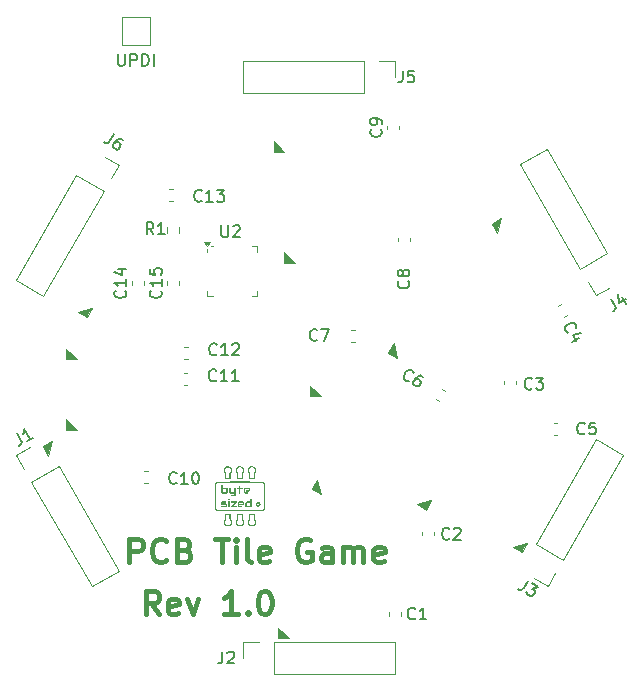
<source format=gbr>
%TF.GenerationSoftware,KiCad,Pcbnew,8.0.8*%
%TF.CreationDate,2025-04-07T13:45:20-04:00*%
%TF.ProjectId,pcb_tile_game_tile_ssa,7063625f-7469-46c6-955f-67616d655f74,1.0*%
%TF.SameCoordinates,Original*%
%TF.FileFunction,Legend,Top*%
%TF.FilePolarity,Positive*%
%FSLAX46Y46*%
G04 Gerber Fmt 4.6, Leading zero omitted, Abs format (unit mm)*
G04 Created by KiCad (PCBNEW 8.0.8) date 2025-04-07 13:45:20*
%MOMM*%
%LPD*%
G01*
G04 APERTURE LIST*
%ADD10C,0.400000*%
%ADD11C,0.200000*%
%ADD12C,0.150000*%
%ADD13C,0.120000*%
%ADD14C,0.000000*%
%ADD15C,0.100000*%
G04 APERTURE END LIST*
D10*
X126517142Y-100904438D02*
X125850475Y-99952057D01*
X125374285Y-100904438D02*
X125374285Y-98904438D01*
X125374285Y-98904438D02*
X126136190Y-98904438D01*
X126136190Y-98904438D02*
X126326666Y-98999676D01*
X126326666Y-98999676D02*
X126421904Y-99094914D01*
X126421904Y-99094914D02*
X126517142Y-99285390D01*
X126517142Y-99285390D02*
X126517142Y-99571104D01*
X126517142Y-99571104D02*
X126421904Y-99761580D01*
X126421904Y-99761580D02*
X126326666Y-99856819D01*
X126326666Y-99856819D02*
X126136190Y-99952057D01*
X126136190Y-99952057D02*
X125374285Y-99952057D01*
X128136190Y-100809200D02*
X127945714Y-100904438D01*
X127945714Y-100904438D02*
X127564761Y-100904438D01*
X127564761Y-100904438D02*
X127374285Y-100809200D01*
X127374285Y-100809200D02*
X127279047Y-100618723D01*
X127279047Y-100618723D02*
X127279047Y-99856819D01*
X127279047Y-99856819D02*
X127374285Y-99666342D01*
X127374285Y-99666342D02*
X127564761Y-99571104D01*
X127564761Y-99571104D02*
X127945714Y-99571104D01*
X127945714Y-99571104D02*
X128136190Y-99666342D01*
X128136190Y-99666342D02*
X128231428Y-99856819D01*
X128231428Y-99856819D02*
X128231428Y-100047295D01*
X128231428Y-100047295D02*
X127279047Y-100237771D01*
X128898095Y-99571104D02*
X129374285Y-100904438D01*
X129374285Y-100904438D02*
X129850476Y-99571104D01*
X133183810Y-100904438D02*
X132040953Y-100904438D01*
X132612381Y-100904438D02*
X132612381Y-98904438D01*
X132612381Y-98904438D02*
X132421905Y-99190152D01*
X132421905Y-99190152D02*
X132231429Y-99380628D01*
X132231429Y-99380628D02*
X132040953Y-99475866D01*
X134040953Y-100713961D02*
X134136191Y-100809200D01*
X134136191Y-100809200D02*
X134040953Y-100904438D01*
X134040953Y-100904438D02*
X133945715Y-100809200D01*
X133945715Y-100809200D02*
X134040953Y-100713961D01*
X134040953Y-100713961D02*
X134040953Y-100904438D01*
X135374286Y-98904438D02*
X135564763Y-98904438D01*
X135564763Y-98904438D02*
X135755239Y-98999676D01*
X135755239Y-98999676D02*
X135850477Y-99094914D01*
X135850477Y-99094914D02*
X135945715Y-99285390D01*
X135945715Y-99285390D02*
X136040953Y-99666342D01*
X136040953Y-99666342D02*
X136040953Y-100142533D01*
X136040953Y-100142533D02*
X135945715Y-100523485D01*
X135945715Y-100523485D02*
X135850477Y-100713961D01*
X135850477Y-100713961D02*
X135755239Y-100809200D01*
X135755239Y-100809200D02*
X135564763Y-100904438D01*
X135564763Y-100904438D02*
X135374286Y-100904438D01*
X135374286Y-100904438D02*
X135183810Y-100809200D01*
X135183810Y-100809200D02*
X135088572Y-100713961D01*
X135088572Y-100713961D02*
X134993334Y-100523485D01*
X134993334Y-100523485D02*
X134898096Y-100142533D01*
X134898096Y-100142533D02*
X134898096Y-99666342D01*
X134898096Y-99666342D02*
X134993334Y-99285390D01*
X134993334Y-99285390D02*
X135088572Y-99094914D01*
X135088572Y-99094914D02*
X135183810Y-98999676D01*
X135183810Y-98999676D02*
X135374286Y-98904438D01*
D11*
X123036191Y-53452219D02*
X123036191Y-54261742D01*
X123036191Y-54261742D02*
X123083810Y-54356980D01*
X123083810Y-54356980D02*
X123131429Y-54404600D01*
X123131429Y-54404600D02*
X123226667Y-54452219D01*
X123226667Y-54452219D02*
X123417143Y-54452219D01*
X123417143Y-54452219D02*
X123512381Y-54404600D01*
X123512381Y-54404600D02*
X123560000Y-54356980D01*
X123560000Y-54356980D02*
X123607619Y-54261742D01*
X123607619Y-54261742D02*
X123607619Y-53452219D01*
X124083810Y-54452219D02*
X124083810Y-53452219D01*
X124083810Y-53452219D02*
X124464762Y-53452219D01*
X124464762Y-53452219D02*
X124560000Y-53499838D01*
X124560000Y-53499838D02*
X124607619Y-53547457D01*
X124607619Y-53547457D02*
X124655238Y-53642695D01*
X124655238Y-53642695D02*
X124655238Y-53785552D01*
X124655238Y-53785552D02*
X124607619Y-53880790D01*
X124607619Y-53880790D02*
X124560000Y-53928409D01*
X124560000Y-53928409D02*
X124464762Y-53976028D01*
X124464762Y-53976028D02*
X124083810Y-53976028D01*
X125083810Y-54452219D02*
X125083810Y-53452219D01*
X125083810Y-53452219D02*
X125321905Y-53452219D01*
X125321905Y-53452219D02*
X125464762Y-53499838D01*
X125464762Y-53499838D02*
X125560000Y-53595076D01*
X125560000Y-53595076D02*
X125607619Y-53690314D01*
X125607619Y-53690314D02*
X125655238Y-53880790D01*
X125655238Y-53880790D02*
X125655238Y-54023647D01*
X125655238Y-54023647D02*
X125607619Y-54214123D01*
X125607619Y-54214123D02*
X125560000Y-54309361D01*
X125560000Y-54309361D02*
X125464762Y-54404600D01*
X125464762Y-54404600D02*
X125321905Y-54452219D01*
X125321905Y-54452219D02*
X125083810Y-54452219D01*
X126083810Y-54452219D02*
X126083810Y-53452219D01*
D10*
X123998094Y-96504438D02*
X123998094Y-94504438D01*
X123998094Y-94504438D02*
X124759999Y-94504438D01*
X124759999Y-94504438D02*
X124950475Y-94599676D01*
X124950475Y-94599676D02*
X125045713Y-94694914D01*
X125045713Y-94694914D02*
X125140951Y-94885390D01*
X125140951Y-94885390D02*
X125140951Y-95171104D01*
X125140951Y-95171104D02*
X125045713Y-95361580D01*
X125045713Y-95361580D02*
X124950475Y-95456819D01*
X124950475Y-95456819D02*
X124759999Y-95552057D01*
X124759999Y-95552057D02*
X123998094Y-95552057D01*
X127140951Y-96313961D02*
X127045713Y-96409200D01*
X127045713Y-96409200D02*
X126759999Y-96504438D01*
X126759999Y-96504438D02*
X126569523Y-96504438D01*
X126569523Y-96504438D02*
X126283808Y-96409200D01*
X126283808Y-96409200D02*
X126093332Y-96218723D01*
X126093332Y-96218723D02*
X125998094Y-96028247D01*
X125998094Y-96028247D02*
X125902856Y-95647295D01*
X125902856Y-95647295D02*
X125902856Y-95361580D01*
X125902856Y-95361580D02*
X125998094Y-94980628D01*
X125998094Y-94980628D02*
X126093332Y-94790152D01*
X126093332Y-94790152D02*
X126283808Y-94599676D01*
X126283808Y-94599676D02*
X126569523Y-94504438D01*
X126569523Y-94504438D02*
X126759999Y-94504438D01*
X126759999Y-94504438D02*
X127045713Y-94599676D01*
X127045713Y-94599676D02*
X127140951Y-94694914D01*
X128664761Y-95456819D02*
X128950475Y-95552057D01*
X128950475Y-95552057D02*
X129045713Y-95647295D01*
X129045713Y-95647295D02*
X129140951Y-95837771D01*
X129140951Y-95837771D02*
X129140951Y-96123485D01*
X129140951Y-96123485D02*
X129045713Y-96313961D01*
X129045713Y-96313961D02*
X128950475Y-96409200D01*
X128950475Y-96409200D02*
X128759999Y-96504438D01*
X128759999Y-96504438D02*
X127998094Y-96504438D01*
X127998094Y-96504438D02*
X127998094Y-94504438D01*
X127998094Y-94504438D02*
X128664761Y-94504438D01*
X128664761Y-94504438D02*
X128855237Y-94599676D01*
X128855237Y-94599676D02*
X128950475Y-94694914D01*
X128950475Y-94694914D02*
X129045713Y-94885390D01*
X129045713Y-94885390D02*
X129045713Y-95075866D01*
X129045713Y-95075866D02*
X128950475Y-95266342D01*
X128950475Y-95266342D02*
X128855237Y-95361580D01*
X128855237Y-95361580D02*
X128664761Y-95456819D01*
X128664761Y-95456819D02*
X127998094Y-95456819D01*
X131236190Y-94504438D02*
X132379047Y-94504438D01*
X131807618Y-96504438D02*
X131807618Y-94504438D01*
X133045714Y-96504438D02*
X133045714Y-95171104D01*
X133045714Y-94504438D02*
X132950476Y-94599676D01*
X132950476Y-94599676D02*
X133045714Y-94694914D01*
X133045714Y-94694914D02*
X133140952Y-94599676D01*
X133140952Y-94599676D02*
X133045714Y-94504438D01*
X133045714Y-94504438D02*
X133045714Y-94694914D01*
X134283809Y-96504438D02*
X134093333Y-96409200D01*
X134093333Y-96409200D02*
X133998095Y-96218723D01*
X133998095Y-96218723D02*
X133998095Y-94504438D01*
X135807619Y-96409200D02*
X135617143Y-96504438D01*
X135617143Y-96504438D02*
X135236190Y-96504438D01*
X135236190Y-96504438D02*
X135045714Y-96409200D01*
X135045714Y-96409200D02*
X134950476Y-96218723D01*
X134950476Y-96218723D02*
X134950476Y-95456819D01*
X134950476Y-95456819D02*
X135045714Y-95266342D01*
X135045714Y-95266342D02*
X135236190Y-95171104D01*
X135236190Y-95171104D02*
X135617143Y-95171104D01*
X135617143Y-95171104D02*
X135807619Y-95266342D01*
X135807619Y-95266342D02*
X135902857Y-95456819D01*
X135902857Y-95456819D02*
X135902857Y-95647295D01*
X135902857Y-95647295D02*
X134950476Y-95837771D01*
X139331429Y-94599676D02*
X139140953Y-94504438D01*
X139140953Y-94504438D02*
X138855239Y-94504438D01*
X138855239Y-94504438D02*
X138569524Y-94599676D01*
X138569524Y-94599676D02*
X138379048Y-94790152D01*
X138379048Y-94790152D02*
X138283810Y-94980628D01*
X138283810Y-94980628D02*
X138188572Y-95361580D01*
X138188572Y-95361580D02*
X138188572Y-95647295D01*
X138188572Y-95647295D02*
X138283810Y-96028247D01*
X138283810Y-96028247D02*
X138379048Y-96218723D01*
X138379048Y-96218723D02*
X138569524Y-96409200D01*
X138569524Y-96409200D02*
X138855239Y-96504438D01*
X138855239Y-96504438D02*
X139045715Y-96504438D01*
X139045715Y-96504438D02*
X139331429Y-96409200D01*
X139331429Y-96409200D02*
X139426667Y-96313961D01*
X139426667Y-96313961D02*
X139426667Y-95647295D01*
X139426667Y-95647295D02*
X139045715Y-95647295D01*
X141140953Y-96504438D02*
X141140953Y-95456819D01*
X141140953Y-95456819D02*
X141045715Y-95266342D01*
X141045715Y-95266342D02*
X140855239Y-95171104D01*
X140855239Y-95171104D02*
X140474286Y-95171104D01*
X140474286Y-95171104D02*
X140283810Y-95266342D01*
X141140953Y-96409200D02*
X140950477Y-96504438D01*
X140950477Y-96504438D02*
X140474286Y-96504438D01*
X140474286Y-96504438D02*
X140283810Y-96409200D01*
X140283810Y-96409200D02*
X140188572Y-96218723D01*
X140188572Y-96218723D02*
X140188572Y-96028247D01*
X140188572Y-96028247D02*
X140283810Y-95837771D01*
X140283810Y-95837771D02*
X140474286Y-95742533D01*
X140474286Y-95742533D02*
X140950477Y-95742533D01*
X140950477Y-95742533D02*
X141140953Y-95647295D01*
X142093334Y-96504438D02*
X142093334Y-95171104D01*
X142093334Y-95361580D02*
X142188572Y-95266342D01*
X142188572Y-95266342D02*
X142379048Y-95171104D01*
X142379048Y-95171104D02*
X142664763Y-95171104D01*
X142664763Y-95171104D02*
X142855239Y-95266342D01*
X142855239Y-95266342D02*
X142950477Y-95456819D01*
X142950477Y-95456819D02*
X142950477Y-96504438D01*
X142950477Y-95456819D02*
X143045715Y-95266342D01*
X143045715Y-95266342D02*
X143236191Y-95171104D01*
X143236191Y-95171104D02*
X143521905Y-95171104D01*
X143521905Y-95171104D02*
X143712382Y-95266342D01*
X143712382Y-95266342D02*
X143807620Y-95456819D01*
X143807620Y-95456819D02*
X143807620Y-96504438D01*
X145521906Y-96409200D02*
X145331430Y-96504438D01*
X145331430Y-96504438D02*
X144950477Y-96504438D01*
X144950477Y-96504438D02*
X144760001Y-96409200D01*
X144760001Y-96409200D02*
X144664763Y-96218723D01*
X144664763Y-96218723D02*
X144664763Y-95456819D01*
X144664763Y-95456819D02*
X144760001Y-95266342D01*
X144760001Y-95266342D02*
X144950477Y-95171104D01*
X144950477Y-95171104D02*
X145331430Y-95171104D01*
X145331430Y-95171104D02*
X145521906Y-95266342D01*
X145521906Y-95266342D02*
X145617144Y-95456819D01*
X145617144Y-95456819D02*
X145617144Y-95647295D01*
X145617144Y-95647295D02*
X144664763Y-95837771D01*
D12*
X151093333Y-94469580D02*
X151045714Y-94517200D01*
X151045714Y-94517200D02*
X150902857Y-94564819D01*
X150902857Y-94564819D02*
X150807619Y-94564819D01*
X150807619Y-94564819D02*
X150664762Y-94517200D01*
X150664762Y-94517200D02*
X150569524Y-94421961D01*
X150569524Y-94421961D02*
X150521905Y-94326723D01*
X150521905Y-94326723D02*
X150474286Y-94136247D01*
X150474286Y-94136247D02*
X150474286Y-93993390D01*
X150474286Y-93993390D02*
X150521905Y-93802914D01*
X150521905Y-93802914D02*
X150569524Y-93707676D01*
X150569524Y-93707676D02*
X150664762Y-93612438D01*
X150664762Y-93612438D02*
X150807619Y-93564819D01*
X150807619Y-93564819D02*
X150902857Y-93564819D01*
X150902857Y-93564819D02*
X151045714Y-93612438D01*
X151045714Y-93612438D02*
X151093333Y-93660057D01*
X151474286Y-93660057D02*
X151521905Y-93612438D01*
X151521905Y-93612438D02*
X151617143Y-93564819D01*
X151617143Y-93564819D02*
X151855238Y-93564819D01*
X151855238Y-93564819D02*
X151950476Y-93612438D01*
X151950476Y-93612438D02*
X151998095Y-93660057D01*
X151998095Y-93660057D02*
X152045714Y-93755295D01*
X152045714Y-93755295D02*
X152045714Y-93850533D01*
X152045714Y-93850533D02*
X151998095Y-93993390D01*
X151998095Y-93993390D02*
X151426667Y-94564819D01*
X151426667Y-94564819D02*
X152045714Y-94564819D01*
X131392142Y-78859582D02*
X131344523Y-78907202D01*
X131344523Y-78907202D02*
X131201666Y-78954821D01*
X131201666Y-78954821D02*
X131106428Y-78954821D01*
X131106428Y-78954821D02*
X130963571Y-78907202D01*
X130963571Y-78907202D02*
X130868333Y-78811963D01*
X130868333Y-78811963D02*
X130820714Y-78716725D01*
X130820714Y-78716725D02*
X130773095Y-78526249D01*
X130773095Y-78526249D02*
X130773095Y-78383392D01*
X130773095Y-78383392D02*
X130820714Y-78192916D01*
X130820714Y-78192916D02*
X130868333Y-78097678D01*
X130868333Y-78097678D02*
X130963571Y-78002440D01*
X130963571Y-78002440D02*
X131106428Y-77954821D01*
X131106428Y-77954821D02*
X131201666Y-77954821D01*
X131201666Y-77954821D02*
X131344523Y-78002440D01*
X131344523Y-78002440D02*
X131392142Y-78050059D01*
X132344523Y-78954821D02*
X131773095Y-78954821D01*
X132058809Y-78954821D02*
X132058809Y-77954821D01*
X132058809Y-77954821D02*
X131963571Y-78097678D01*
X131963571Y-78097678D02*
X131868333Y-78192916D01*
X131868333Y-78192916D02*
X131773095Y-78240535D01*
X132725476Y-78050059D02*
X132773095Y-78002440D01*
X132773095Y-78002440D02*
X132868333Y-77954821D01*
X132868333Y-77954821D02*
X133106428Y-77954821D01*
X133106428Y-77954821D02*
X133201666Y-78002440D01*
X133201666Y-78002440D02*
X133249285Y-78050059D01*
X133249285Y-78050059D02*
X133296904Y-78145297D01*
X133296904Y-78145297D02*
X133296904Y-78240535D01*
X133296904Y-78240535D02*
X133249285Y-78383392D01*
X133249285Y-78383392D02*
X132677857Y-78954821D01*
X132677857Y-78954821D02*
X133296904Y-78954821D01*
X158093333Y-81767080D02*
X158045714Y-81814700D01*
X158045714Y-81814700D02*
X157902857Y-81862319D01*
X157902857Y-81862319D02*
X157807619Y-81862319D01*
X157807619Y-81862319D02*
X157664762Y-81814700D01*
X157664762Y-81814700D02*
X157569524Y-81719461D01*
X157569524Y-81719461D02*
X157521905Y-81624223D01*
X157521905Y-81624223D02*
X157474286Y-81433747D01*
X157474286Y-81433747D02*
X157474286Y-81290890D01*
X157474286Y-81290890D02*
X157521905Y-81100414D01*
X157521905Y-81100414D02*
X157569524Y-81005176D01*
X157569524Y-81005176D02*
X157664762Y-80909938D01*
X157664762Y-80909938D02*
X157807619Y-80862319D01*
X157807619Y-80862319D02*
X157902857Y-80862319D01*
X157902857Y-80862319D02*
X158045714Y-80909938D01*
X158045714Y-80909938D02*
X158093333Y-80957557D01*
X158426667Y-80862319D02*
X159045714Y-80862319D01*
X159045714Y-80862319D02*
X158712381Y-81243271D01*
X158712381Y-81243271D02*
X158855238Y-81243271D01*
X158855238Y-81243271D02*
X158950476Y-81290890D01*
X158950476Y-81290890D02*
X158998095Y-81338509D01*
X158998095Y-81338509D02*
X159045714Y-81433747D01*
X159045714Y-81433747D02*
X159045714Y-81671842D01*
X159045714Y-81671842D02*
X158998095Y-81767080D01*
X158998095Y-81767080D02*
X158950476Y-81814700D01*
X158950476Y-81814700D02*
X158855238Y-81862319D01*
X158855238Y-81862319D02*
X158569524Y-81862319D01*
X158569524Y-81862319D02*
X158474286Y-81814700D01*
X158474286Y-81814700D02*
X158426667Y-81767080D01*
X131876666Y-104054819D02*
X131876666Y-104769104D01*
X131876666Y-104769104D02*
X131829047Y-104911961D01*
X131829047Y-104911961D02*
X131733809Y-105007200D01*
X131733809Y-105007200D02*
X131590952Y-105054819D01*
X131590952Y-105054819D02*
X131495714Y-105054819D01*
X132305238Y-104150057D02*
X132352857Y-104102438D01*
X132352857Y-104102438D02*
X132448095Y-104054819D01*
X132448095Y-104054819D02*
X132686190Y-104054819D01*
X132686190Y-104054819D02*
X132781428Y-104102438D01*
X132781428Y-104102438D02*
X132829047Y-104150057D01*
X132829047Y-104150057D02*
X132876666Y-104245295D01*
X132876666Y-104245295D02*
X132876666Y-104340533D01*
X132876666Y-104340533D02*
X132829047Y-104483390D01*
X132829047Y-104483390D02*
X132257619Y-105054819D01*
X132257619Y-105054819D02*
X132876666Y-105054819D01*
X126043333Y-68717319D02*
X125710000Y-68241128D01*
X125471905Y-68717319D02*
X125471905Y-67717319D01*
X125471905Y-67717319D02*
X125852857Y-67717319D01*
X125852857Y-67717319D02*
X125948095Y-67764938D01*
X125948095Y-67764938D02*
X125995714Y-67812557D01*
X125995714Y-67812557D02*
X126043333Y-67907795D01*
X126043333Y-67907795D02*
X126043333Y-68050652D01*
X126043333Y-68050652D02*
X125995714Y-68145890D01*
X125995714Y-68145890D02*
X125948095Y-68193509D01*
X125948095Y-68193509D02*
X125852857Y-68241128D01*
X125852857Y-68241128D02*
X125471905Y-68241128D01*
X126995714Y-68717319D02*
X126424286Y-68717319D01*
X126710000Y-68717319D02*
X126710000Y-67717319D01*
X126710000Y-67717319D02*
X126614762Y-67860176D01*
X126614762Y-67860176D02*
X126519524Y-67955414D01*
X126519524Y-67955414D02*
X126424286Y-68003033D01*
X147619580Y-72666666D02*
X147667200Y-72714285D01*
X147667200Y-72714285D02*
X147714819Y-72857142D01*
X147714819Y-72857142D02*
X147714819Y-72952380D01*
X147714819Y-72952380D02*
X147667200Y-73095237D01*
X147667200Y-73095237D02*
X147571961Y-73190475D01*
X147571961Y-73190475D02*
X147476723Y-73238094D01*
X147476723Y-73238094D02*
X147286247Y-73285713D01*
X147286247Y-73285713D02*
X147143390Y-73285713D01*
X147143390Y-73285713D02*
X146952914Y-73238094D01*
X146952914Y-73238094D02*
X146857676Y-73190475D01*
X146857676Y-73190475D02*
X146762438Y-73095237D01*
X146762438Y-73095237D02*
X146714819Y-72952380D01*
X146714819Y-72952380D02*
X146714819Y-72857142D01*
X146714819Y-72857142D02*
X146762438Y-72714285D01*
X146762438Y-72714285D02*
X146810057Y-72666666D01*
X147143390Y-72095237D02*
X147095771Y-72190475D01*
X147095771Y-72190475D02*
X147048152Y-72238094D01*
X147048152Y-72238094D02*
X146952914Y-72285713D01*
X146952914Y-72285713D02*
X146905295Y-72285713D01*
X146905295Y-72285713D02*
X146810057Y-72238094D01*
X146810057Y-72238094D02*
X146762438Y-72190475D01*
X146762438Y-72190475D02*
X146714819Y-72095237D01*
X146714819Y-72095237D02*
X146714819Y-71904761D01*
X146714819Y-71904761D02*
X146762438Y-71809523D01*
X146762438Y-71809523D02*
X146810057Y-71761904D01*
X146810057Y-71761904D02*
X146905295Y-71714285D01*
X146905295Y-71714285D02*
X146952914Y-71714285D01*
X146952914Y-71714285D02*
X147048152Y-71761904D01*
X147048152Y-71761904D02*
X147095771Y-71809523D01*
X147095771Y-71809523D02*
X147143390Y-71904761D01*
X147143390Y-71904761D02*
X147143390Y-72095237D01*
X147143390Y-72095237D02*
X147191009Y-72190475D01*
X147191009Y-72190475D02*
X147238628Y-72238094D01*
X147238628Y-72238094D02*
X147333866Y-72285713D01*
X147333866Y-72285713D02*
X147524342Y-72285713D01*
X147524342Y-72285713D02*
X147619580Y-72238094D01*
X147619580Y-72238094D02*
X147667200Y-72190475D01*
X147667200Y-72190475D02*
X147714819Y-72095237D01*
X147714819Y-72095237D02*
X147714819Y-71904761D01*
X147714819Y-71904761D02*
X147667200Y-71809523D01*
X147667200Y-71809523D02*
X147619580Y-71761904D01*
X147619580Y-71761904D02*
X147524342Y-71714285D01*
X147524342Y-71714285D02*
X147333866Y-71714285D01*
X147333866Y-71714285D02*
X147238628Y-71761904D01*
X147238628Y-71761904D02*
X147191009Y-71809523D01*
X147191009Y-71809523D02*
X147143390Y-71904761D01*
X126639580Y-73492857D02*
X126687200Y-73540476D01*
X126687200Y-73540476D02*
X126734819Y-73683333D01*
X126734819Y-73683333D02*
X126734819Y-73778571D01*
X126734819Y-73778571D02*
X126687200Y-73921428D01*
X126687200Y-73921428D02*
X126591961Y-74016666D01*
X126591961Y-74016666D02*
X126496723Y-74064285D01*
X126496723Y-74064285D02*
X126306247Y-74111904D01*
X126306247Y-74111904D02*
X126163390Y-74111904D01*
X126163390Y-74111904D02*
X125972914Y-74064285D01*
X125972914Y-74064285D02*
X125877676Y-74016666D01*
X125877676Y-74016666D02*
X125782438Y-73921428D01*
X125782438Y-73921428D02*
X125734819Y-73778571D01*
X125734819Y-73778571D02*
X125734819Y-73683333D01*
X125734819Y-73683333D02*
X125782438Y-73540476D01*
X125782438Y-73540476D02*
X125830057Y-73492857D01*
X126734819Y-72540476D02*
X126734819Y-73111904D01*
X126734819Y-72826190D02*
X125734819Y-72826190D01*
X125734819Y-72826190D02*
X125877676Y-72921428D01*
X125877676Y-72921428D02*
X125972914Y-73016666D01*
X125972914Y-73016666D02*
X126020533Y-73111904D01*
X125734819Y-71635714D02*
X125734819Y-72111904D01*
X125734819Y-72111904D02*
X126211009Y-72159523D01*
X126211009Y-72159523D02*
X126163390Y-72111904D01*
X126163390Y-72111904D02*
X126115771Y-72016666D01*
X126115771Y-72016666D02*
X126115771Y-71778571D01*
X126115771Y-71778571D02*
X126163390Y-71683333D01*
X126163390Y-71683333D02*
X126211009Y-71635714D01*
X126211009Y-71635714D02*
X126306247Y-71588095D01*
X126306247Y-71588095D02*
X126544342Y-71588095D01*
X126544342Y-71588095D02*
X126639580Y-71635714D01*
X126639580Y-71635714D02*
X126687200Y-71683333D01*
X126687200Y-71683333D02*
X126734819Y-71778571D01*
X126734819Y-71778571D02*
X126734819Y-72016666D01*
X126734819Y-72016666D02*
X126687200Y-72111904D01*
X126687200Y-72111904D02*
X126639580Y-72159523D01*
X147665987Y-81125731D02*
X147600938Y-81143160D01*
X147600938Y-81143160D02*
X147453411Y-81112971D01*
X147453411Y-81112971D02*
X147370932Y-81065352D01*
X147370932Y-81065352D02*
X147271024Y-80952684D01*
X147271024Y-80952684D02*
X147236164Y-80822587D01*
X147236164Y-80822587D02*
X147242544Y-80716298D01*
X147242544Y-80716298D02*
X147296543Y-80527532D01*
X147296543Y-80527532D02*
X147367971Y-80403814D01*
X147367971Y-80403814D02*
X147504449Y-80262666D01*
X147504449Y-80262666D02*
X147593307Y-80203997D01*
X147593307Y-80203997D02*
X147723405Y-80169137D01*
X147723405Y-80169137D02*
X147870932Y-80199327D01*
X147870932Y-80199327D02*
X147953411Y-80246946D01*
X147953411Y-80246946D02*
X148053319Y-80359614D01*
X148053319Y-80359614D02*
X148070749Y-80424662D01*
X148860675Y-80770755D02*
X148695718Y-80675517D01*
X148695718Y-80675517D02*
X148589430Y-80669137D01*
X148589430Y-80669137D02*
X148524381Y-80686567D01*
X148524381Y-80686567D02*
X148370474Y-80762666D01*
X148370474Y-80762666D02*
X148233997Y-80903814D01*
X148233997Y-80903814D02*
X148043520Y-81233728D01*
X148043520Y-81233728D02*
X148037141Y-81340016D01*
X148037141Y-81340016D02*
X148054570Y-81405065D01*
X148054570Y-81405065D02*
X148113239Y-81493924D01*
X148113239Y-81493924D02*
X148278197Y-81589162D01*
X148278197Y-81589162D02*
X148384485Y-81595541D01*
X148384485Y-81595541D02*
X148449534Y-81578112D01*
X148449534Y-81578112D02*
X148538392Y-81519443D01*
X148538392Y-81519443D02*
X148657440Y-81313246D01*
X148657440Y-81313246D02*
X148663819Y-81206958D01*
X148663819Y-81206958D02*
X148646390Y-81141909D01*
X148646390Y-81141909D02*
X148587721Y-81053051D01*
X148587721Y-81053051D02*
X148422763Y-80957813D01*
X148422763Y-80957813D02*
X148316475Y-80951433D01*
X148316475Y-80951433D02*
X148251426Y-80968863D01*
X148251426Y-80968863D02*
X148162568Y-81027532D01*
X157738915Y-98068440D02*
X157381772Y-98687030D01*
X157381772Y-98687030D02*
X157269104Y-98786938D01*
X157269104Y-98786938D02*
X157139006Y-98821798D01*
X157139006Y-98821798D02*
X156991479Y-98791608D01*
X156991479Y-98791608D02*
X156909000Y-98743989D01*
X158068829Y-98258917D02*
X158604940Y-98568440D01*
X158604940Y-98568440D02*
X158125789Y-98731688D01*
X158125789Y-98731688D02*
X158249507Y-98803117D01*
X158249507Y-98803117D02*
X158308176Y-98891975D01*
X158308176Y-98891975D02*
X158325606Y-98957024D01*
X158325606Y-98957024D02*
X158319226Y-99063312D01*
X158319226Y-99063312D02*
X158200178Y-99269509D01*
X158200178Y-99269509D02*
X158111320Y-99328178D01*
X158111320Y-99328178D02*
X158046271Y-99345607D01*
X158046271Y-99345607D02*
X157939983Y-99339228D01*
X157939983Y-99339228D02*
X157692547Y-99196370D01*
X157692547Y-99196370D02*
X157633878Y-99107512D01*
X157633878Y-99107512D02*
X157616448Y-99042463D01*
X130117142Y-65859580D02*
X130069523Y-65907200D01*
X130069523Y-65907200D02*
X129926666Y-65954819D01*
X129926666Y-65954819D02*
X129831428Y-65954819D01*
X129831428Y-65954819D02*
X129688571Y-65907200D01*
X129688571Y-65907200D02*
X129593333Y-65811961D01*
X129593333Y-65811961D02*
X129545714Y-65716723D01*
X129545714Y-65716723D02*
X129498095Y-65526247D01*
X129498095Y-65526247D02*
X129498095Y-65383390D01*
X129498095Y-65383390D02*
X129545714Y-65192914D01*
X129545714Y-65192914D02*
X129593333Y-65097676D01*
X129593333Y-65097676D02*
X129688571Y-65002438D01*
X129688571Y-65002438D02*
X129831428Y-64954819D01*
X129831428Y-64954819D02*
X129926666Y-64954819D01*
X129926666Y-64954819D02*
X130069523Y-65002438D01*
X130069523Y-65002438D02*
X130117142Y-65050057D01*
X131069523Y-65954819D02*
X130498095Y-65954819D01*
X130783809Y-65954819D02*
X130783809Y-64954819D01*
X130783809Y-64954819D02*
X130688571Y-65097676D01*
X130688571Y-65097676D02*
X130593333Y-65192914D01*
X130593333Y-65192914D02*
X130498095Y-65240533D01*
X131402857Y-64954819D02*
X132021904Y-64954819D01*
X132021904Y-64954819D02*
X131688571Y-65335771D01*
X131688571Y-65335771D02*
X131831428Y-65335771D01*
X131831428Y-65335771D02*
X131926666Y-65383390D01*
X131926666Y-65383390D02*
X131974285Y-65431009D01*
X131974285Y-65431009D02*
X132021904Y-65526247D01*
X132021904Y-65526247D02*
X132021904Y-65764342D01*
X132021904Y-65764342D02*
X131974285Y-65859580D01*
X131974285Y-65859580D02*
X131926666Y-65907200D01*
X131926666Y-65907200D02*
X131831428Y-65954819D01*
X131831428Y-65954819D02*
X131545714Y-65954819D01*
X131545714Y-65954819D02*
X131450476Y-65907200D01*
X131450476Y-65907200D02*
X131402857Y-65859580D01*
X145289580Y-59829166D02*
X145337200Y-59876785D01*
X145337200Y-59876785D02*
X145384819Y-60019642D01*
X145384819Y-60019642D02*
X145384819Y-60114880D01*
X145384819Y-60114880D02*
X145337200Y-60257737D01*
X145337200Y-60257737D02*
X145241961Y-60352975D01*
X145241961Y-60352975D02*
X145146723Y-60400594D01*
X145146723Y-60400594D02*
X144956247Y-60448213D01*
X144956247Y-60448213D02*
X144813390Y-60448213D01*
X144813390Y-60448213D02*
X144622914Y-60400594D01*
X144622914Y-60400594D02*
X144527676Y-60352975D01*
X144527676Y-60352975D02*
X144432438Y-60257737D01*
X144432438Y-60257737D02*
X144384819Y-60114880D01*
X144384819Y-60114880D02*
X144384819Y-60019642D01*
X144384819Y-60019642D02*
X144432438Y-59876785D01*
X144432438Y-59876785D02*
X144480057Y-59829166D01*
X145384819Y-59352975D02*
X145384819Y-59162499D01*
X145384819Y-59162499D02*
X145337200Y-59067261D01*
X145337200Y-59067261D02*
X145289580Y-59019642D01*
X145289580Y-59019642D02*
X145146723Y-58924404D01*
X145146723Y-58924404D02*
X144956247Y-58876785D01*
X144956247Y-58876785D02*
X144575295Y-58876785D01*
X144575295Y-58876785D02*
X144480057Y-58924404D01*
X144480057Y-58924404D02*
X144432438Y-58972023D01*
X144432438Y-58972023D02*
X144384819Y-59067261D01*
X144384819Y-59067261D02*
X144384819Y-59257737D01*
X144384819Y-59257737D02*
X144432438Y-59352975D01*
X144432438Y-59352975D02*
X144480057Y-59400594D01*
X144480057Y-59400594D02*
X144575295Y-59448213D01*
X144575295Y-59448213D02*
X144813390Y-59448213D01*
X144813390Y-59448213D02*
X144908628Y-59400594D01*
X144908628Y-59400594D02*
X144956247Y-59352975D01*
X144956247Y-59352975D02*
X145003866Y-59257737D01*
X145003866Y-59257737D02*
X145003866Y-59067261D01*
X145003866Y-59067261D02*
X144956247Y-58972023D01*
X144956247Y-58972023D02*
X144908628Y-58924404D01*
X144908628Y-58924404D02*
X144813390Y-58876785D01*
X131354642Y-81059580D02*
X131307023Y-81107200D01*
X131307023Y-81107200D02*
X131164166Y-81154819D01*
X131164166Y-81154819D02*
X131068928Y-81154819D01*
X131068928Y-81154819D02*
X130926071Y-81107200D01*
X130926071Y-81107200D02*
X130830833Y-81011961D01*
X130830833Y-81011961D02*
X130783214Y-80916723D01*
X130783214Y-80916723D02*
X130735595Y-80726247D01*
X130735595Y-80726247D02*
X130735595Y-80583390D01*
X130735595Y-80583390D02*
X130783214Y-80392914D01*
X130783214Y-80392914D02*
X130830833Y-80297676D01*
X130830833Y-80297676D02*
X130926071Y-80202438D01*
X130926071Y-80202438D02*
X131068928Y-80154819D01*
X131068928Y-80154819D02*
X131164166Y-80154819D01*
X131164166Y-80154819D02*
X131307023Y-80202438D01*
X131307023Y-80202438D02*
X131354642Y-80250057D01*
X132307023Y-81154819D02*
X131735595Y-81154819D01*
X132021309Y-81154819D02*
X132021309Y-80154819D01*
X132021309Y-80154819D02*
X131926071Y-80297676D01*
X131926071Y-80297676D02*
X131830833Y-80392914D01*
X131830833Y-80392914D02*
X131735595Y-80440533D01*
X133259404Y-81154819D02*
X132687976Y-81154819D01*
X132973690Y-81154819D02*
X132973690Y-80154819D01*
X132973690Y-80154819D02*
X132878452Y-80297676D01*
X132878452Y-80297676D02*
X132783214Y-80392914D01*
X132783214Y-80392914D02*
X132687976Y-80440533D01*
X122668915Y-60262893D02*
X122311772Y-60881483D01*
X122311772Y-60881483D02*
X122199104Y-60981391D01*
X122199104Y-60981391D02*
X122069006Y-61016251D01*
X122069006Y-61016251D02*
X121921479Y-60986061D01*
X121921479Y-60986061D02*
X121839000Y-60938442D01*
X123452462Y-60715274D02*
X123287504Y-60620036D01*
X123287504Y-60620036D02*
X123181216Y-60613656D01*
X123181216Y-60613656D02*
X123116168Y-60631086D01*
X123116168Y-60631086D02*
X122962260Y-60707185D01*
X122962260Y-60707185D02*
X122825783Y-60848333D01*
X122825783Y-60848333D02*
X122635307Y-61178247D01*
X122635307Y-61178247D02*
X122628927Y-61284535D01*
X122628927Y-61284535D02*
X122646357Y-61349584D01*
X122646357Y-61349584D02*
X122705026Y-61438443D01*
X122705026Y-61438443D02*
X122869983Y-61533681D01*
X122869983Y-61533681D02*
X122976271Y-61540060D01*
X122976271Y-61540060D02*
X123041320Y-61522631D01*
X123041320Y-61522631D02*
X123130178Y-61463962D01*
X123130178Y-61463962D02*
X123249226Y-61257765D01*
X123249226Y-61257765D02*
X123255606Y-61151477D01*
X123255606Y-61151477D02*
X123238176Y-61086428D01*
X123238176Y-61086428D02*
X123179507Y-60997570D01*
X123179507Y-60997570D02*
X123014550Y-60902332D01*
X123014550Y-60902332D02*
X122908262Y-60895952D01*
X122908262Y-60895952D02*
X122843213Y-60913382D01*
X122843213Y-60913382D02*
X122754354Y-60972051D01*
X162543333Y-85559580D02*
X162495714Y-85607200D01*
X162495714Y-85607200D02*
X162352857Y-85654819D01*
X162352857Y-85654819D02*
X162257619Y-85654819D01*
X162257619Y-85654819D02*
X162114762Y-85607200D01*
X162114762Y-85607200D02*
X162019524Y-85511961D01*
X162019524Y-85511961D02*
X161971905Y-85416723D01*
X161971905Y-85416723D02*
X161924286Y-85226247D01*
X161924286Y-85226247D02*
X161924286Y-85083390D01*
X161924286Y-85083390D02*
X161971905Y-84892914D01*
X161971905Y-84892914D02*
X162019524Y-84797676D01*
X162019524Y-84797676D02*
X162114762Y-84702438D01*
X162114762Y-84702438D02*
X162257619Y-84654819D01*
X162257619Y-84654819D02*
X162352857Y-84654819D01*
X162352857Y-84654819D02*
X162495714Y-84702438D01*
X162495714Y-84702438D02*
X162543333Y-84750057D01*
X163448095Y-84654819D02*
X162971905Y-84654819D01*
X162971905Y-84654819D02*
X162924286Y-85131009D01*
X162924286Y-85131009D02*
X162971905Y-85083390D01*
X162971905Y-85083390D02*
X163067143Y-85035771D01*
X163067143Y-85035771D02*
X163305238Y-85035771D01*
X163305238Y-85035771D02*
X163400476Y-85083390D01*
X163400476Y-85083390D02*
X163448095Y-85131009D01*
X163448095Y-85131009D02*
X163495714Y-85226247D01*
X163495714Y-85226247D02*
X163495714Y-85464342D01*
X163495714Y-85464342D02*
X163448095Y-85559580D01*
X163448095Y-85559580D02*
X163400476Y-85607200D01*
X163400476Y-85607200D02*
X163305238Y-85654819D01*
X163305238Y-85654819D02*
X163067143Y-85654819D01*
X163067143Y-85654819D02*
X162971905Y-85607200D01*
X162971905Y-85607200D02*
X162924286Y-85559580D01*
X148193333Y-101222080D02*
X148145714Y-101269700D01*
X148145714Y-101269700D02*
X148002857Y-101317319D01*
X148002857Y-101317319D02*
X147907619Y-101317319D01*
X147907619Y-101317319D02*
X147764762Y-101269700D01*
X147764762Y-101269700D02*
X147669524Y-101174461D01*
X147669524Y-101174461D02*
X147621905Y-101079223D01*
X147621905Y-101079223D02*
X147574286Y-100888747D01*
X147574286Y-100888747D02*
X147574286Y-100745890D01*
X147574286Y-100745890D02*
X147621905Y-100555414D01*
X147621905Y-100555414D02*
X147669524Y-100460176D01*
X147669524Y-100460176D02*
X147764762Y-100364938D01*
X147764762Y-100364938D02*
X147907619Y-100317319D01*
X147907619Y-100317319D02*
X148002857Y-100317319D01*
X148002857Y-100317319D02*
X148145714Y-100364938D01*
X148145714Y-100364938D02*
X148193333Y-100412557D01*
X149145714Y-101317319D02*
X148574286Y-101317319D01*
X148860000Y-101317319D02*
X148860000Y-100317319D01*
X148860000Y-100317319D02*
X148764762Y-100460176D01*
X148764762Y-100460176D02*
X148669524Y-100555414D01*
X148669524Y-100555414D02*
X148574286Y-100603033D01*
X164787083Y-74169344D02*
X165144226Y-74787933D01*
X165144226Y-74787933D02*
X165174415Y-74935461D01*
X165174415Y-74935461D02*
X165139555Y-75065558D01*
X165139555Y-75065558D02*
X165039647Y-75178226D01*
X165039647Y-75178226D02*
X164957168Y-75225845D01*
X165737296Y-74005638D02*
X166070630Y-74582988D01*
X165340624Y-73794771D02*
X165491570Y-74532408D01*
X165491570Y-74532408D02*
X166027681Y-74222884D01*
X139893333Y-77659580D02*
X139845714Y-77707200D01*
X139845714Y-77707200D02*
X139702857Y-77754819D01*
X139702857Y-77754819D02*
X139607619Y-77754819D01*
X139607619Y-77754819D02*
X139464762Y-77707200D01*
X139464762Y-77707200D02*
X139369524Y-77611961D01*
X139369524Y-77611961D02*
X139321905Y-77516723D01*
X139321905Y-77516723D02*
X139274286Y-77326247D01*
X139274286Y-77326247D02*
X139274286Y-77183390D01*
X139274286Y-77183390D02*
X139321905Y-76992914D01*
X139321905Y-76992914D02*
X139369524Y-76897676D01*
X139369524Y-76897676D02*
X139464762Y-76802438D01*
X139464762Y-76802438D02*
X139607619Y-76754819D01*
X139607619Y-76754819D02*
X139702857Y-76754819D01*
X139702857Y-76754819D02*
X139845714Y-76802438D01*
X139845714Y-76802438D02*
X139893333Y-76850057D01*
X140226667Y-76754819D02*
X140893333Y-76754819D01*
X140893333Y-76754819D02*
X140464762Y-77754819D01*
X114493734Y-85577278D02*
X114850877Y-86195867D01*
X114850877Y-86195867D02*
X114881066Y-86343395D01*
X114881066Y-86343395D02*
X114846206Y-86473492D01*
X114846206Y-86473492D02*
X114746298Y-86586160D01*
X114746298Y-86586160D02*
X114663819Y-86633779D01*
X115859759Y-85943303D02*
X115364888Y-86229017D01*
X115612324Y-86086160D02*
X115112324Y-85220135D01*
X115112324Y-85220135D02*
X115101274Y-85391472D01*
X115101274Y-85391472D02*
X115066414Y-85521569D01*
X115066414Y-85521569D02*
X115007745Y-85610428D01*
X161123846Y-77045004D02*
X161058797Y-77027574D01*
X161058797Y-77027574D02*
X160946129Y-76927666D01*
X160946129Y-76927666D02*
X160898510Y-76845187D01*
X160898510Y-76845187D02*
X160868321Y-76697660D01*
X160868321Y-76697660D02*
X160903181Y-76567562D01*
X160903181Y-76567562D02*
X160961850Y-76478704D01*
X160961850Y-76478704D02*
X161102997Y-76342226D01*
X161102997Y-76342226D02*
X161226715Y-76270798D01*
X161226715Y-76270798D02*
X161415482Y-76216799D01*
X161415482Y-76216799D02*
X161521770Y-76210419D01*
X161521770Y-76210419D02*
X161651868Y-76245279D01*
X161651868Y-76245279D02*
X161764536Y-76345187D01*
X161764536Y-76345187D02*
X161812155Y-76427666D01*
X161812155Y-76427666D02*
X161842344Y-76575193D01*
X161842344Y-76575193D02*
X161824914Y-76640242D01*
X162047289Y-77501597D02*
X161469939Y-77834930D01*
X162258156Y-77104924D02*
X161520519Y-77255871D01*
X161520519Y-77255871D02*
X161830043Y-77791982D01*
X147136666Y-54854819D02*
X147136666Y-55569104D01*
X147136666Y-55569104D02*
X147089047Y-55711961D01*
X147089047Y-55711961D02*
X146993809Y-55807200D01*
X146993809Y-55807200D02*
X146850952Y-55854819D01*
X146850952Y-55854819D02*
X146755714Y-55854819D01*
X148089047Y-54854819D02*
X147612857Y-54854819D01*
X147612857Y-54854819D02*
X147565238Y-55331009D01*
X147565238Y-55331009D02*
X147612857Y-55283390D01*
X147612857Y-55283390D02*
X147708095Y-55235771D01*
X147708095Y-55235771D02*
X147946190Y-55235771D01*
X147946190Y-55235771D02*
X148041428Y-55283390D01*
X148041428Y-55283390D02*
X148089047Y-55331009D01*
X148089047Y-55331009D02*
X148136666Y-55426247D01*
X148136666Y-55426247D02*
X148136666Y-55664342D01*
X148136666Y-55664342D02*
X148089047Y-55759580D01*
X148089047Y-55759580D02*
X148041428Y-55807200D01*
X148041428Y-55807200D02*
X147946190Y-55854819D01*
X147946190Y-55854819D02*
X147708095Y-55854819D01*
X147708095Y-55854819D02*
X147612857Y-55807200D01*
X147612857Y-55807200D02*
X147565238Y-55759580D01*
X131798095Y-67954819D02*
X131798095Y-68764342D01*
X131798095Y-68764342D02*
X131845714Y-68859580D01*
X131845714Y-68859580D02*
X131893333Y-68907200D01*
X131893333Y-68907200D02*
X131988571Y-68954819D01*
X131988571Y-68954819D02*
X132179047Y-68954819D01*
X132179047Y-68954819D02*
X132274285Y-68907200D01*
X132274285Y-68907200D02*
X132321904Y-68859580D01*
X132321904Y-68859580D02*
X132369523Y-68764342D01*
X132369523Y-68764342D02*
X132369523Y-67954819D01*
X132798095Y-68050057D02*
X132845714Y-68002438D01*
X132845714Y-68002438D02*
X132940952Y-67954819D01*
X132940952Y-67954819D02*
X133179047Y-67954819D01*
X133179047Y-67954819D02*
X133274285Y-68002438D01*
X133274285Y-68002438D02*
X133321904Y-68050057D01*
X133321904Y-68050057D02*
X133369523Y-68145295D01*
X133369523Y-68145295D02*
X133369523Y-68240533D01*
X133369523Y-68240533D02*
X133321904Y-68383390D01*
X133321904Y-68383390D02*
X132750476Y-68954819D01*
X132750476Y-68954819D02*
X133369523Y-68954819D01*
X123639580Y-73492857D02*
X123687200Y-73540476D01*
X123687200Y-73540476D02*
X123734819Y-73683333D01*
X123734819Y-73683333D02*
X123734819Y-73778571D01*
X123734819Y-73778571D02*
X123687200Y-73921428D01*
X123687200Y-73921428D02*
X123591961Y-74016666D01*
X123591961Y-74016666D02*
X123496723Y-74064285D01*
X123496723Y-74064285D02*
X123306247Y-74111904D01*
X123306247Y-74111904D02*
X123163390Y-74111904D01*
X123163390Y-74111904D02*
X122972914Y-74064285D01*
X122972914Y-74064285D02*
X122877676Y-74016666D01*
X122877676Y-74016666D02*
X122782438Y-73921428D01*
X122782438Y-73921428D02*
X122734819Y-73778571D01*
X122734819Y-73778571D02*
X122734819Y-73683333D01*
X122734819Y-73683333D02*
X122782438Y-73540476D01*
X122782438Y-73540476D02*
X122830057Y-73492857D01*
X123734819Y-72540476D02*
X123734819Y-73111904D01*
X123734819Y-72826190D02*
X122734819Y-72826190D01*
X122734819Y-72826190D02*
X122877676Y-72921428D01*
X122877676Y-72921428D02*
X122972914Y-73016666D01*
X122972914Y-73016666D02*
X123020533Y-73111904D01*
X123068152Y-71683333D02*
X123734819Y-71683333D01*
X122687200Y-71921428D02*
X123401485Y-72159523D01*
X123401485Y-72159523D02*
X123401485Y-71540476D01*
X127992142Y-89759580D02*
X127944523Y-89807200D01*
X127944523Y-89807200D02*
X127801666Y-89854819D01*
X127801666Y-89854819D02*
X127706428Y-89854819D01*
X127706428Y-89854819D02*
X127563571Y-89807200D01*
X127563571Y-89807200D02*
X127468333Y-89711961D01*
X127468333Y-89711961D02*
X127420714Y-89616723D01*
X127420714Y-89616723D02*
X127373095Y-89426247D01*
X127373095Y-89426247D02*
X127373095Y-89283390D01*
X127373095Y-89283390D02*
X127420714Y-89092914D01*
X127420714Y-89092914D02*
X127468333Y-88997676D01*
X127468333Y-88997676D02*
X127563571Y-88902438D01*
X127563571Y-88902438D02*
X127706428Y-88854819D01*
X127706428Y-88854819D02*
X127801666Y-88854819D01*
X127801666Y-88854819D02*
X127944523Y-88902438D01*
X127944523Y-88902438D02*
X127992142Y-88950057D01*
X128944523Y-89854819D02*
X128373095Y-89854819D01*
X128658809Y-89854819D02*
X128658809Y-88854819D01*
X128658809Y-88854819D02*
X128563571Y-88997676D01*
X128563571Y-88997676D02*
X128468333Y-89092914D01*
X128468333Y-89092914D02*
X128373095Y-89140533D01*
X129563571Y-88854819D02*
X129658809Y-88854819D01*
X129658809Y-88854819D02*
X129754047Y-88902438D01*
X129754047Y-88902438D02*
X129801666Y-88950057D01*
X129801666Y-88950057D02*
X129849285Y-89045295D01*
X129849285Y-89045295D02*
X129896904Y-89235771D01*
X129896904Y-89235771D02*
X129896904Y-89473866D01*
X129896904Y-89473866D02*
X129849285Y-89664342D01*
X129849285Y-89664342D02*
X129801666Y-89759580D01*
X129801666Y-89759580D02*
X129754047Y-89807200D01*
X129754047Y-89807200D02*
X129658809Y-89854819D01*
X129658809Y-89854819D02*
X129563571Y-89854819D01*
X129563571Y-89854819D02*
X129468333Y-89807200D01*
X129468333Y-89807200D02*
X129420714Y-89759580D01*
X129420714Y-89759580D02*
X129373095Y-89664342D01*
X129373095Y-89664342D02*
X129325476Y-89473866D01*
X129325476Y-89473866D02*
X129325476Y-89235771D01*
X129325476Y-89235771D02*
X129373095Y-89045295D01*
X129373095Y-89045295D02*
X129420714Y-88950057D01*
X129420714Y-88950057D02*
X129468333Y-88902438D01*
X129468333Y-88902438D02*
X129563571Y-88854819D01*
D13*
%TO.C,C2*%
X148750000Y-94183767D02*
X148750000Y-93891233D01*
X149770000Y-94183767D02*
X149770000Y-93891233D01*
%TO.C,C12*%
X128943767Y-79310002D02*
X128651232Y-79310001D01*
X128943768Y-78290001D02*
X128651233Y-78290000D01*
%TO.C,C3*%
X155750000Y-81408767D02*
X155750000Y-81116233D01*
X156770000Y-81408767D02*
X156770000Y-81116233D01*
%TO.C,J2*%
X133650000Y-103270000D02*
X134980000Y-103270000D01*
X133650000Y-104600000D02*
X133650000Y-103270000D01*
X136250000Y-103270000D02*
X146470000Y-103270000D01*
X136250000Y-105930000D02*
X136250000Y-103270000D01*
X136250000Y-105930000D02*
X146470000Y-105930000D01*
X146470000Y-105930000D02*
X146470000Y-103270000D01*
%TO.C,R1*%
X127187500Y-68095276D02*
X127187500Y-68604724D01*
X128232500Y-68095276D02*
X128232500Y-68604724D01*
%TO.C,C8*%
X146750001Y-69283767D02*
X146750000Y-68991234D01*
X147770000Y-69283766D02*
X147769999Y-68991233D01*
%TO.C,C15*%
X127200000Y-72996267D02*
X127200000Y-72703733D01*
X128220000Y-72996267D02*
X128220000Y-72703733D01*
%TO.C,C6*%
X149925276Y-82699789D02*
X150178618Y-82846056D01*
X150435276Y-81816444D02*
X150688618Y-81962711D01*
%TO.C,J3*%
X158403186Y-94924557D02*
X163513186Y-86073777D01*
X159406814Y-98506223D02*
X158255000Y-97841223D01*
X160071814Y-97354409D02*
X159406814Y-98506223D01*
X160706814Y-96254557D02*
X158403186Y-94924557D01*
X160706814Y-96254557D02*
X165816814Y-87403777D01*
X165816814Y-87403777D02*
X163513186Y-86073777D01*
%TO.C,C13*%
X127668766Y-64890001D02*
X127376233Y-64890002D01*
X127668767Y-65910000D02*
X127376234Y-65910001D01*
%TO.C,C9*%
X145850000Y-59808767D02*
X145850000Y-59516233D01*
X146870000Y-59808767D02*
X146870000Y-59516233D01*
%TO.C,C11*%
X128906267Y-80490000D02*
X128613733Y-80490000D01*
X128906267Y-81510000D02*
X128613733Y-81510000D01*
%TO.C,J6*%
X114403186Y-72586223D02*
X116706814Y-73916223D01*
X119513186Y-63735443D02*
X114403186Y-72586223D01*
X119513186Y-63735443D02*
X121816814Y-65065443D01*
X121816814Y-65065443D02*
X116706814Y-73916223D01*
X121965000Y-62148777D02*
X123116814Y-62813777D01*
X123116814Y-62813777D02*
X122451814Y-63965591D01*
%TO.C,C5*%
X160243766Y-84690000D02*
X159951233Y-84690001D01*
X160243767Y-85709999D02*
X159951234Y-85710000D01*
%TO.C,C1*%
X145950000Y-101008767D02*
X145950000Y-100716233D01*
X146970000Y-101008767D02*
X146970000Y-100716233D01*
D14*
%TO.C,G\u002A\u002A\u002A*%
G36*
X132490576Y-91228035D02*
G01*
X132357229Y-91228035D01*
X132357229Y-91105355D01*
X132490576Y-91105355D01*
X132490576Y-91228035D01*
G37*
G36*
X132490576Y-91846767D02*
G01*
X132357229Y-91846767D01*
X132357229Y-91324045D01*
X132490576Y-91324045D01*
X132490576Y-91846767D01*
G37*
G36*
X133389337Y-90155922D02*
G01*
X133605360Y-90155922D01*
X133605359Y-90286603D01*
X133389337Y-90286603D01*
X133389337Y-90678645D01*
X133253323Y-90678644D01*
X133253323Y-90286603D01*
X133093306Y-90286603D01*
X133093306Y-90155923D01*
X133253323Y-90155922D01*
X133253323Y-89987905D01*
X133389337Y-89987905D01*
X133389337Y-90155922D01*
G37*
G36*
X133019965Y-90759986D02*
G01*
X133013704Y-90778654D01*
X133004511Y-90802069D01*
X132993548Y-90821883D01*
X132979803Y-90839776D01*
X132971674Y-90848424D01*
X132960068Y-90859356D01*
X132949037Y-90867788D01*
X132936375Y-90875283D01*
X132927440Y-90879806D01*
X132918328Y-90884172D01*
X132910074Y-90887858D01*
X132902136Y-90890917D01*
X132893976Y-90893410D01*
X132885050Y-90895395D01*
X132874823Y-90896930D01*
X132862751Y-90898072D01*
X132848295Y-90898881D01*
X132830916Y-90899415D01*
X132810072Y-90899731D01*
X132785223Y-90899889D01*
X132755830Y-90899946D01*
X132740602Y-90899954D01*
X132615922Y-90900000D01*
X132615922Y-90766653D01*
X132739269Y-90766643D01*
X132768232Y-90766630D01*
X132792344Y-90766585D01*
X132812088Y-90766488D01*
X132827948Y-90766321D01*
X132840406Y-90766067D01*
X132849946Y-90765706D01*
X132857049Y-90765221D01*
X132862201Y-90764592D01*
X132865883Y-90763801D01*
X132868578Y-90762830D01*
X132870770Y-90761660D01*
X132870829Y-90761623D01*
X132873461Y-90760113D01*
X132875808Y-90758772D01*
X132877888Y-90757304D01*
X132879717Y-90755412D01*
X132881311Y-90752803D01*
X132882686Y-90749179D01*
X132883857Y-90744243D01*
X132884842Y-90737701D01*
X132885657Y-90729255D01*
X132886317Y-90718610D01*
X132886838Y-90705470D01*
X132887235Y-90689538D01*
X132887529Y-90670519D01*
X132887732Y-90648117D01*
X132887859Y-90622035D01*
X132887929Y-90591979D01*
X132887958Y-90557649D01*
X132887959Y-90518752D01*
X132887953Y-90474991D01*
X132887951Y-90446883D01*
X132887951Y-90155922D01*
X133021451Y-90155922D01*
X133019965Y-90759986D01*
G37*
G36*
X132575922Y-90335275D02*
G01*
X132575920Y-90371724D01*
X132575933Y-90403226D01*
X132575994Y-90430165D01*
X132576133Y-90452927D01*
X132576383Y-90471896D01*
X132576776Y-90487461D01*
X132577346Y-90500006D01*
X132578122Y-90509914D01*
X132579137Y-90517576D01*
X132580423Y-90523373D01*
X132582013Y-90527691D01*
X132583937Y-90530919D01*
X132586229Y-90533439D01*
X132588919Y-90535638D01*
X132592041Y-90537902D01*
X132592779Y-90538440D01*
X132594690Y-90539731D01*
X132596912Y-90540807D01*
X132599925Y-90541692D01*
X132604210Y-90542409D01*
X132610245Y-90542981D01*
X132618513Y-90543430D01*
X132629490Y-90543780D01*
X132643660Y-90544052D01*
X132661501Y-90544272D01*
X132683495Y-90544461D01*
X132710119Y-90544643D01*
X132724126Y-90544731D01*
X132847947Y-90545498D01*
X132847947Y-90678644D01*
X132727267Y-90678330D01*
X132701920Y-90678219D01*
X132677828Y-90678027D01*
X132655599Y-90677765D01*
X132635838Y-90677444D01*
X132619153Y-90677076D01*
X132606148Y-90676670D01*
X132597432Y-90676238D01*
X132594136Y-90675915D01*
X132562625Y-90668228D01*
X132534112Y-90656398D01*
X132508852Y-90640603D01*
X132487103Y-90621030D01*
X132469119Y-90597851D01*
X132459748Y-90581300D01*
X132456589Y-90574794D01*
X132453843Y-90568632D01*
X132451480Y-90562404D01*
X132449474Y-90555702D01*
X132447794Y-90548118D01*
X132446408Y-90539243D01*
X132445295Y-90528669D01*
X132444419Y-90515984D01*
X132443754Y-90500782D01*
X132443271Y-90482654D01*
X132442941Y-90461191D01*
X132442735Y-90435983D01*
X132442624Y-90406623D01*
X132442579Y-90372702D01*
X132442571Y-90338374D01*
X132442571Y-90155922D01*
X132575918Y-90155922D01*
X132575922Y-90335275D01*
G37*
G36*
X134939054Y-91377255D02*
G01*
X134970601Y-91384350D01*
X134999684Y-91395773D01*
X135026057Y-91411079D01*
X135049465Y-91429819D01*
X135069663Y-91451548D01*
X135086399Y-91475817D01*
X135099425Y-91502182D01*
X135108492Y-91530191D01*
X135113350Y-91559401D01*
X135113750Y-91589364D01*
X135109442Y-91619632D01*
X135100178Y-91649760D01*
X135096220Y-91659092D01*
X135080553Y-91687438D01*
X135060991Y-91712469D01*
X135038015Y-91733875D01*
X135012109Y-91751344D01*
X134983755Y-91764569D01*
X134953436Y-91773239D01*
X134921635Y-91777047D01*
X134912163Y-91777195D01*
X134898701Y-91776704D01*
X134885070Y-91775562D01*
X134873640Y-91773989D01*
X134870826Y-91773427D01*
X134840157Y-91763973D01*
X134811526Y-91749983D01*
X134785501Y-91731907D01*
X134762650Y-91710198D01*
X134743544Y-91685304D01*
X134730986Y-91662652D01*
X134721165Y-91638061D01*
X134715195Y-91613864D01*
X134712732Y-91588272D01*
X134712878Y-91573593D01*
X134821721Y-91573593D01*
X134822793Y-91593682D01*
X134825501Y-91605591D01*
X134833321Y-91622828D01*
X134845307Y-91638721D01*
X134860296Y-91652097D01*
X134877122Y-91661787D01*
X134883884Y-91664299D01*
X134900128Y-91667384D01*
X134918423Y-91667671D01*
X134936326Y-91665235D01*
X134946067Y-91662422D01*
X134956740Y-91657511D01*
X134966831Y-91650441D01*
X134978000Y-91640062D01*
X134986688Y-91630815D01*
X134992488Y-91623115D01*
X134996580Y-91615064D01*
X135000147Y-91604760D01*
X135000351Y-91604089D01*
X135004595Y-91583065D01*
X135003928Y-91563189D01*
X134998258Y-91543358D01*
X134994814Y-91535688D01*
X134983361Y-91517848D01*
X134968803Y-91503787D01*
X134951878Y-91493582D01*
X134933321Y-91487312D01*
X134913871Y-91485053D01*
X134894263Y-91486885D01*
X134875234Y-91492883D01*
X134857521Y-91503127D01*
X134841859Y-91517694D01*
X134840434Y-91519394D01*
X134830791Y-91535014D01*
X134824470Y-91553558D01*
X134821721Y-91573593D01*
X134712878Y-91573593D01*
X134712932Y-91568153D01*
X134714592Y-91546287D01*
X134717682Y-91527776D01*
X134722675Y-91510728D01*
X134730046Y-91493251D01*
X134733408Y-91486419D01*
X134750030Y-91459209D01*
X134770356Y-91435293D01*
X134793838Y-91414963D01*
X134819927Y-91398510D01*
X134848071Y-91386225D01*
X134877722Y-91378400D01*
X134908332Y-91375328D01*
X134939054Y-91377255D01*
G37*
G36*
X132858427Y-91324047D02*
G01*
X132894094Y-91324058D01*
X132925120Y-91324086D01*
X132951847Y-91324138D01*
X132974622Y-91324223D01*
X132993788Y-91324349D01*
X133009692Y-91324522D01*
X133022678Y-91324752D01*
X133033094Y-91325046D01*
X133041282Y-91325411D01*
X133047589Y-91325856D01*
X133052360Y-91326388D01*
X133055939Y-91327016D01*
X133058673Y-91327746D01*
X133060905Y-91328587D01*
X133062985Y-91329548D01*
X133063120Y-91329613D01*
X133077457Y-91339281D01*
X133088667Y-91352315D01*
X133096378Y-91367675D01*
X133100222Y-91384319D01*
X133099827Y-91401209D01*
X133094823Y-91417303D01*
X133094524Y-91417911D01*
X133091965Y-91421184D01*
X133085926Y-91427905D01*
X133076712Y-91437764D01*
X133064626Y-91450447D01*
X133049971Y-91465641D01*
X133033049Y-91483036D01*
X133014164Y-91502315D01*
X132993620Y-91523170D01*
X132971718Y-91545285D01*
X132948761Y-91568349D01*
X132947043Y-91570071D01*
X132803961Y-91713419D01*
X133095973Y-91713419D01*
X133095973Y-91846767D01*
X132865949Y-91846526D01*
X132830085Y-91846461D01*
X132795923Y-91846344D01*
X132763839Y-91846182D01*
X132734214Y-91845977D01*
X132707425Y-91845733D01*
X132683851Y-91845456D01*
X132663872Y-91845148D01*
X132647864Y-91844815D01*
X132636209Y-91844461D01*
X132629283Y-91844089D01*
X132627563Y-91843862D01*
X132611462Y-91836657D01*
X132598019Y-91825666D01*
X132587690Y-91811810D01*
X132580934Y-91796007D01*
X132578212Y-91779176D01*
X132579981Y-91762237D01*
X132582696Y-91754005D01*
X132585195Y-91750263D01*
X132590871Y-91743497D01*
X132599807Y-91733621D01*
X132612084Y-91720551D01*
X132627783Y-91704203D01*
X132646984Y-91684493D01*
X132669769Y-91661335D01*
X132696219Y-91634646D01*
X132726415Y-91604341D01*
X132729379Y-91601374D01*
X132752208Y-91578497D01*
X132773907Y-91556702D01*
X132794186Y-91536285D01*
X132812754Y-91517541D01*
X132829319Y-91500766D01*
X132843591Y-91486254D01*
X132855279Y-91474300D01*
X132864092Y-91465200D01*
X132869740Y-91459249D01*
X132871931Y-91456742D01*
X132871949Y-91456693D01*
X132869363Y-91456322D01*
X132861929Y-91455973D01*
X132850133Y-91455655D01*
X132834461Y-91455372D01*
X132815398Y-91455132D01*
X132793431Y-91454942D01*
X132769046Y-91454808D01*
X132742728Y-91454735D01*
X132727934Y-91454725D01*
X132583920Y-91454725D01*
X132583919Y-91324045D01*
X132817768Y-91324045D01*
X132858427Y-91324047D01*
G37*
G36*
X132218547Y-91454725D02*
G01*
X132061864Y-91454991D01*
X132033263Y-91455070D01*
X132006123Y-91455205D01*
X131980936Y-91455388D01*
X131958196Y-91455613D01*
X131938394Y-91455875D01*
X131922022Y-91456166D01*
X131909574Y-91456480D01*
X131901542Y-91456811D01*
X131898538Y-91457106D01*
X131892164Y-91461370D01*
X131888640Y-91468842D01*
X131888601Y-91477878D01*
X131889393Y-91480728D01*
X131891969Y-91488062D01*
X132013254Y-91489610D01*
X132042884Y-91490013D01*
X132067686Y-91490415D01*
X132088160Y-91490838D01*
X132104809Y-91491304D01*
X132118138Y-91491836D01*
X132128649Y-91492455D01*
X132136847Y-91493183D01*
X132143233Y-91494043D01*
X132148311Y-91495056D01*
X132150539Y-91495633D01*
X132178214Y-91505929D01*
X132203454Y-91520436D01*
X132225651Y-91538660D01*
X132244199Y-91560107D01*
X132257748Y-91582739D01*
X132267634Y-91605634D01*
X132274008Y-91627081D01*
X132277354Y-91649168D01*
X132278179Y-91670748D01*
X132277046Y-91694817D01*
X132273437Y-91716071D01*
X132266869Y-91736643D01*
X132259459Y-91753423D01*
X132246780Y-91774143D01*
X132229883Y-91793538D01*
X132209879Y-91810522D01*
X132187878Y-91824011D01*
X132186544Y-91824673D01*
X132178806Y-91828489D01*
X132171983Y-91831798D01*
X132165647Y-91834637D01*
X132159369Y-91837044D01*
X132152728Y-91839058D01*
X132145297Y-91840717D01*
X132136648Y-91842059D01*
X132126359Y-91843122D01*
X132114001Y-91843944D01*
X132099150Y-91844562D01*
X132081379Y-91845016D01*
X132060263Y-91845344D01*
X132035377Y-91845581D01*
X132006294Y-91845769D01*
X131972588Y-91845944D01*
X131947186Y-91846073D01*
X131762500Y-91847036D01*
X131762499Y-91713419D01*
X131937851Y-91713361D01*
X131972799Y-91713344D01*
X132002818Y-91713310D01*
X132028314Y-91713248D01*
X132049691Y-91713146D01*
X132067355Y-91712993D01*
X132081711Y-91712777D01*
X132093165Y-91712488D01*
X132102120Y-91712114D01*
X132108983Y-91711643D01*
X132114158Y-91711064D01*
X132118051Y-91710366D01*
X132121067Y-91709537D01*
X132123613Y-91708566D01*
X132124653Y-91708106D01*
X132134788Y-91700839D01*
X132141735Y-91690447D01*
X132145525Y-91678059D01*
X132146187Y-91664802D01*
X132143754Y-91651804D01*
X132138256Y-91640192D01*
X132129723Y-91631096D01*
X132122432Y-91627013D01*
X132119181Y-91625950D01*
X132114899Y-91625076D01*
X132109081Y-91624372D01*
X132101219Y-91623821D01*
X132090807Y-91623405D01*
X132077340Y-91623108D01*
X132060309Y-91622911D01*
X132039210Y-91622797D01*
X132013536Y-91622748D01*
X131998897Y-91622743D01*
X131971039Y-91622727D01*
X131947948Y-91622665D01*
X131929054Y-91622533D01*
X131913791Y-91622308D01*
X131901591Y-91621972D01*
X131891885Y-91621497D01*
X131884106Y-91620865D01*
X131877686Y-91620048D01*
X131872057Y-91619029D01*
X131866651Y-91617782D01*
X131865330Y-91617448D01*
X131839968Y-91608405D01*
X131817538Y-91595338D01*
X131798243Y-91578801D01*
X131782287Y-91559354D01*
X131769874Y-91537555D01*
X131761209Y-91513962D01*
X131756493Y-91489133D01*
X131755933Y-91463626D01*
X131759731Y-91437997D01*
X131768092Y-91412808D01*
X131781218Y-91388613D01*
X131781537Y-91388134D01*
X131798467Y-91367494D01*
X131819181Y-91350611D01*
X131843675Y-91337490D01*
X131866476Y-91329568D01*
X131870726Y-91328439D01*
X131874992Y-91327475D01*
X131879714Y-91326663D01*
X131885330Y-91325990D01*
X131892280Y-91325444D01*
X131901003Y-91325010D01*
X131911939Y-91324676D01*
X131925525Y-91324430D01*
X131942203Y-91324257D01*
X131962410Y-91324146D01*
X131986588Y-91324082D01*
X132015173Y-91324052D01*
X132048606Y-91324045D01*
X132218547Y-91324045D01*
X132218547Y-91454725D01*
G37*
G36*
X131903848Y-90515171D02*
G01*
X131909848Y-90523988D01*
X131915942Y-90531474D01*
X131922762Y-90537915D01*
X131923376Y-90538384D01*
X131925265Y-90539681D01*
X131927441Y-90540763D01*
X131930382Y-90541653D01*
X131934564Y-90542375D01*
X131940464Y-90542950D01*
X131948559Y-90543402D01*
X131959326Y-90543752D01*
X131973243Y-90544025D01*
X131990786Y-90544242D01*
X132012432Y-90544426D01*
X132038658Y-90544601D01*
X132056167Y-90544706D01*
X132085384Y-90544870D01*
X132109760Y-90544972D01*
X132129786Y-90544998D01*
X132145954Y-90544931D01*
X132158757Y-90544757D01*
X132168687Y-90544459D01*
X132176234Y-90544022D01*
X132181893Y-90543431D01*
X132186154Y-90542669D01*
X132189509Y-90541721D01*
X132192451Y-90540571D01*
X132192926Y-90540364D01*
X132201688Y-90535206D01*
X132207777Y-90527871D01*
X132210246Y-90523248D01*
X132211753Y-90519997D01*
X132212968Y-90516721D01*
X132213920Y-90512851D01*
X132214633Y-90507817D01*
X132215136Y-90501051D01*
X132215452Y-90491983D01*
X132215608Y-90480043D01*
X132215631Y-90464662D01*
X132215544Y-90445271D01*
X132215376Y-90421301D01*
X132215308Y-90412437D01*
X132215101Y-90386848D01*
X132214892Y-90366048D01*
X132214649Y-90349490D01*
X132214338Y-90336629D01*
X132213927Y-90326919D01*
X132213384Y-90319813D01*
X132212675Y-90314767D01*
X132211767Y-90311235D01*
X132210630Y-90308671D01*
X132209229Y-90306530D01*
X132208935Y-90306130D01*
X132202650Y-90299547D01*
X132194914Y-90293662D01*
X132194266Y-90293270D01*
X132191910Y-90292006D01*
X132189190Y-90290954D01*
X132185613Y-90290089D01*
X132180686Y-90289390D01*
X132173916Y-90288833D01*
X132164810Y-90288393D01*
X132152875Y-90288050D01*
X132137617Y-90287777D01*
X132118544Y-90287554D01*
X132095162Y-90287356D01*
X132066978Y-90287159D01*
X132064531Y-90287143D01*
X131943852Y-90286350D01*
X131943852Y-90155922D01*
X132070105Y-90155922D01*
X132099642Y-90155935D01*
X132124369Y-90155987D01*
X132144815Y-90156096D01*
X132161505Y-90156281D01*
X132174964Y-90156560D01*
X132185718Y-90156954D01*
X132194294Y-90157480D01*
X132201217Y-90158157D01*
X132207013Y-90159005D01*
X132212209Y-90160042D01*
X132216885Y-90161172D01*
X132245308Y-90170980D01*
X132271638Y-90185120D01*
X132294856Y-90203020D01*
X132299903Y-90207864D01*
X132315597Y-90225693D01*
X132327814Y-90244673D01*
X132337523Y-90266437D01*
X132341651Y-90278602D01*
X132343162Y-90283565D01*
X132344406Y-90288242D01*
X132345411Y-90293185D01*
X132346202Y-90298948D01*
X132346805Y-90306086D01*
X132347243Y-90315151D01*
X132347545Y-90326698D01*
X132347736Y-90341280D01*
X132347840Y-90359451D01*
X132347884Y-90381766D01*
X132347894Y-90408777D01*
X132347894Y-90413283D01*
X132347879Y-90443047D01*
X132347787Y-90468059D01*
X132347551Y-90488899D01*
X132347103Y-90506149D01*
X132346376Y-90520390D01*
X132345301Y-90532202D01*
X132343811Y-90542167D01*
X132341837Y-90550866D01*
X132339313Y-90558880D01*
X132336170Y-90566790D01*
X132332341Y-90575178D01*
X132327947Y-90584236D01*
X132312660Y-90609557D01*
X132293403Y-90631378D01*
X132270372Y-90649531D01*
X132243762Y-90663852D01*
X132227882Y-90669962D01*
X132206547Y-90677146D01*
X132070532Y-90677668D01*
X132043655Y-90677726D01*
X132018053Y-90677701D01*
X131994288Y-90677595D01*
X131972923Y-90677417D01*
X131954521Y-90677171D01*
X131939644Y-90676865D01*
X131928856Y-90676503D01*
X131922718Y-90676094D01*
X131922065Y-90676003D01*
X131890116Y-90667965D01*
X131861312Y-90655639D01*
X131835683Y-90639039D01*
X131823180Y-90628309D01*
X131806623Y-90610632D01*
X131793645Y-90591762D01*
X131783168Y-90570020D01*
X131779364Y-90559940D01*
X131771833Y-90538629D01*
X131770368Y-89937233D01*
X131903848Y-89937233D01*
X131903848Y-90515171D01*
G37*
G36*
X133485711Y-91324143D02*
G01*
X133511902Y-91324188D01*
X133533745Y-91324283D01*
X133551731Y-91324443D01*
X133566353Y-91324684D01*
X133578103Y-91325022D01*
X133587473Y-91325473D01*
X133594956Y-91326054D01*
X133601044Y-91326781D01*
X133606230Y-91327669D01*
X133611006Y-91328735D01*
X133613283Y-91329310D01*
X133640483Y-91338345D01*
X133664204Y-91350657D01*
X133685615Y-91366902D01*
X133693621Y-91374475D01*
X133712811Y-91397282D01*
X133727426Y-91422524D01*
X133737369Y-91449741D01*
X133742545Y-91478473D01*
X133742857Y-91508260D01*
X133738209Y-91538640D01*
X133732186Y-91559349D01*
X133720471Y-91585498D01*
X133704615Y-91609260D01*
X133685243Y-91629997D01*
X133662984Y-91647066D01*
X133638462Y-91659831D01*
X133630875Y-91662686D01*
X133623100Y-91665133D01*
X133614862Y-91667190D01*
X133605641Y-91668886D01*
X133594913Y-91670255D01*
X133582156Y-91671328D01*
X133566849Y-91672139D01*
X133548468Y-91672721D01*
X133526494Y-91673106D01*
X133500401Y-91673324D01*
X133469669Y-91673410D01*
X133458485Y-91673415D01*
X133341332Y-91673415D01*
X133341332Y-91545402D01*
X133461430Y-91545402D01*
X133491355Y-91545395D01*
X133516426Y-91545338D01*
X133537125Y-91545171D01*
X133553933Y-91544837D01*
X133567330Y-91544278D01*
X133577797Y-91543437D01*
X133585815Y-91542257D01*
X133591865Y-91540676D01*
X133596427Y-91538640D01*
X133599982Y-91536090D01*
X133603013Y-91532968D01*
X133605997Y-91529217D01*
X133607008Y-91527890D01*
X133610982Y-91522145D01*
X133613294Y-91516714D01*
X133614382Y-91509842D01*
X133614688Y-91499765D01*
X133614694Y-91497133D01*
X133613906Y-91482781D01*
X133611076Y-91472305D01*
X133605504Y-91464421D01*
X133596489Y-91457841D01*
X133591970Y-91455392D01*
X133589130Y-91453987D01*
X133586273Y-91452820D01*
X133582903Y-91451870D01*
X133578521Y-91451115D01*
X133572631Y-91450534D01*
X133564735Y-91450103D01*
X133554334Y-91449800D01*
X133540931Y-91449604D01*
X133524029Y-91449495D01*
X133503130Y-91449448D01*
X133477736Y-91449442D01*
X133457446Y-91449450D01*
X133428476Y-91449476D01*
X133404345Y-91449536D01*
X133384558Y-91449649D01*
X133368620Y-91449834D01*
X133356037Y-91450108D01*
X133346314Y-91450491D01*
X133338955Y-91451001D01*
X133333466Y-91451657D01*
X133329352Y-91452478D01*
X133326119Y-91453481D01*
X133323733Y-91454473D01*
X133315172Y-91459798D01*
X133307700Y-91466755D01*
X133306398Y-91468416D01*
X133299994Y-91477394D01*
X133298488Y-91688372D01*
X133304596Y-91697562D01*
X133310854Y-91704466D01*
X133319320Y-91710899D01*
X133322583Y-91712752D01*
X133325497Y-91714177D01*
X133328427Y-91715354D01*
X133331878Y-91716311D01*
X133336357Y-91717069D01*
X133342371Y-91717651D01*
X133350425Y-91718080D01*
X133361027Y-91718381D01*
X133374683Y-91718575D01*
X133391899Y-91718686D01*
X133413182Y-91718738D01*
X133439038Y-91718752D01*
X133453909Y-91718753D01*
X133573356Y-91718753D01*
X133573356Y-91846767D01*
X133452677Y-91846453D01*
X133427329Y-91846342D01*
X133403237Y-91846149D01*
X133381008Y-91845888D01*
X133361248Y-91845567D01*
X133344562Y-91845197D01*
X133331558Y-91844793D01*
X133322841Y-91844361D01*
X133319545Y-91844038D01*
X133288376Y-91836364D01*
X133260252Y-91824450D01*
X133235370Y-91808439D01*
X133213926Y-91788475D01*
X133196119Y-91764704D01*
X133186199Y-91746464D01*
X133182521Y-91738257D01*
X133179454Y-91730191D01*
X133176951Y-91721712D01*
X133174963Y-91712265D01*
X133173441Y-91701296D01*
X133172337Y-91688251D01*
X133171602Y-91672575D01*
X133171189Y-91653715D01*
X133171046Y-91631114D01*
X133171128Y-91604220D01*
X133171345Y-91576786D01*
X133171626Y-91547998D01*
X133171935Y-91523942D01*
X133172347Y-91504017D01*
X133172934Y-91487621D01*
X133173774Y-91474153D01*
X133174936Y-91463010D01*
X133176497Y-91453593D01*
X133178530Y-91445298D01*
X133181107Y-91437526D01*
X133184304Y-91429673D01*
X133188194Y-91421139D01*
X133191234Y-91414721D01*
X133201485Y-91397526D01*
X133215526Y-91380112D01*
X133232042Y-91363811D01*
X133249722Y-91349955D01*
X133262932Y-91341982D01*
X133270262Y-91338243D01*
X133277001Y-91335065D01*
X133283640Y-91332404D01*
X133290671Y-91330213D01*
X133298584Y-91328448D01*
X133307872Y-91327061D01*
X133319025Y-91326008D01*
X133332538Y-91325243D01*
X133348898Y-91324720D01*
X133368598Y-91324392D01*
X133392130Y-91324216D01*
X133419984Y-91324143D01*
X133452653Y-91324130D01*
X133454677Y-91324130D01*
X133485711Y-91324143D01*
G37*
G36*
X133948062Y-90156008D02*
G01*
X133979096Y-90156020D01*
X134005288Y-90156066D01*
X134027130Y-90156161D01*
X134045117Y-90156320D01*
X134059738Y-90156561D01*
X134071488Y-90156899D01*
X134080858Y-90157351D01*
X134088341Y-90157932D01*
X134094429Y-90158657D01*
X134099614Y-90159546D01*
X134104392Y-90160612D01*
X134106668Y-90161188D01*
X134133868Y-90170223D01*
X134157589Y-90182535D01*
X134179000Y-90198780D01*
X134187006Y-90206352D01*
X134206196Y-90229159D01*
X134220811Y-90254401D01*
X134230755Y-90281619D01*
X134235930Y-90310351D01*
X134236242Y-90340136D01*
X134231594Y-90370518D01*
X134225570Y-90391226D01*
X134213857Y-90417375D01*
X134198000Y-90441138D01*
X134178629Y-90461873D01*
X134156369Y-90478942D01*
X134131847Y-90491709D01*
X134124260Y-90494563D01*
X134116485Y-90497011D01*
X134108246Y-90499067D01*
X134099026Y-90500763D01*
X134088298Y-90502132D01*
X134075541Y-90503206D01*
X134060234Y-90504017D01*
X134041854Y-90504598D01*
X134019879Y-90504982D01*
X133993786Y-90505201D01*
X133963054Y-90505288D01*
X133951870Y-90505292D01*
X133834717Y-90505292D01*
X133834717Y-90377279D01*
X133954815Y-90377279D01*
X133984740Y-90377273D01*
X134009811Y-90377214D01*
X134030510Y-90377048D01*
X134047318Y-90376714D01*
X134060715Y-90376156D01*
X134071182Y-90375315D01*
X134079200Y-90374133D01*
X134085250Y-90372552D01*
X134089812Y-90370517D01*
X134093368Y-90367967D01*
X134096397Y-90364845D01*
X134099382Y-90361094D01*
X134100393Y-90359768D01*
X134104367Y-90354021D01*
X134106679Y-90348592D01*
X134107767Y-90341719D01*
X134108073Y-90331642D01*
X134108078Y-90329010D01*
X134107291Y-90314658D01*
X134104461Y-90304183D01*
X134098889Y-90296298D01*
X134089875Y-90289718D01*
X134085355Y-90287269D01*
X134082515Y-90285864D01*
X134079658Y-90284697D01*
X134076288Y-90283748D01*
X134071907Y-90282993D01*
X134066016Y-90282411D01*
X134058120Y-90281980D01*
X134047719Y-90281678D01*
X134034316Y-90281484D01*
X134017414Y-90281373D01*
X133996515Y-90281325D01*
X133971122Y-90281320D01*
X133950831Y-90281327D01*
X133921861Y-90281352D01*
X133897730Y-90281414D01*
X133877943Y-90281527D01*
X133862006Y-90281711D01*
X133849422Y-90281986D01*
X133839699Y-90282369D01*
X133832340Y-90282879D01*
X133826851Y-90283535D01*
X133822737Y-90284354D01*
X133819504Y-90285358D01*
X133817118Y-90286351D01*
X133808557Y-90291675D01*
X133801084Y-90298632D01*
X133799783Y-90300293D01*
X133793379Y-90309272D01*
X133792626Y-90414760D01*
X133791873Y-90520248D01*
X133797982Y-90529439D01*
X133804239Y-90536343D01*
X133812706Y-90542776D01*
X133815968Y-90544630D01*
X133818882Y-90546053D01*
X133821812Y-90547232D01*
X133825264Y-90548188D01*
X133829743Y-90548946D01*
X133835756Y-90549528D01*
X133843811Y-90549958D01*
X133854413Y-90550258D01*
X133868068Y-90550452D01*
X133885285Y-90550564D01*
X133906567Y-90550615D01*
X133932423Y-90550630D01*
X134066741Y-90550630D01*
X134066741Y-90678645D01*
X133947394Y-90678311D01*
X133922142Y-90678198D01*
X133898106Y-90678009D01*
X133875905Y-90677754D01*
X133856155Y-90677444D01*
X133839473Y-90677090D01*
X133826476Y-90676703D01*
X133817780Y-90676293D01*
X133814652Y-90676009D01*
X133784497Y-90669137D01*
X133756871Y-90657952D01*
X133732145Y-90642800D01*
X133710698Y-90624025D01*
X133692900Y-90601973D01*
X133679127Y-90576990D01*
X133669753Y-90549420D01*
X133667796Y-90540385D01*
X133666747Y-90533950D01*
X133665908Y-90526548D01*
X133665266Y-90517615D01*
X133664808Y-90506585D01*
X133664520Y-90492896D01*
X133664389Y-90475983D01*
X133664403Y-90455282D01*
X133664546Y-90430226D01*
X133664729Y-90408663D01*
X133665011Y-90379875D01*
X133665320Y-90355818D01*
X133665732Y-90335894D01*
X133666320Y-90319498D01*
X133667159Y-90306029D01*
X133668321Y-90294888D01*
X133669882Y-90285469D01*
X133671913Y-90277176D01*
X133674492Y-90269403D01*
X133677689Y-90261550D01*
X133681579Y-90253016D01*
X133684619Y-90246599D01*
X133694870Y-90229404D01*
X133708911Y-90211988D01*
X133725428Y-90195688D01*
X133743107Y-90181833D01*
X133756317Y-90173860D01*
X133763647Y-90170120D01*
X133770386Y-90166942D01*
X133777025Y-90164281D01*
X133784056Y-90162091D01*
X133791969Y-90160325D01*
X133801258Y-90158939D01*
X133812412Y-90157885D01*
X133825923Y-90157120D01*
X133842283Y-90156597D01*
X133861983Y-90156270D01*
X133885514Y-90156093D01*
X133913369Y-90156021D01*
X133946038Y-90156007D01*
X133948062Y-90156008D01*
G37*
G36*
X134388761Y-91404720D02*
G01*
X134388638Y-91451779D01*
X134388531Y-91493819D01*
X134388426Y-91531157D01*
X134388302Y-91564107D01*
X134388144Y-91592988D01*
X134387935Y-91618112D01*
X134387656Y-91639796D01*
X134387290Y-91658356D01*
X134386819Y-91674106D01*
X134386229Y-91687364D01*
X134385496Y-91698444D01*
X134384610Y-91707662D01*
X134383549Y-91715333D01*
X134382296Y-91721774D01*
X134380836Y-91727300D01*
X134379149Y-91732226D01*
X134377218Y-91736869D01*
X134375027Y-91741543D01*
X134372558Y-91746564D01*
X134369792Y-91752249D01*
X134369571Y-91752714D01*
X134357099Y-91773475D01*
X134340434Y-91792921D01*
X134320707Y-91809937D01*
X134299054Y-91823411D01*
X134296099Y-91824872D01*
X134287088Y-91829185D01*
X134279173Y-91832834D01*
X134271827Y-91835875D01*
X134264523Y-91838367D01*
X134256736Y-91840368D01*
X134247938Y-91841935D01*
X134237602Y-91843126D01*
X134225204Y-91843999D01*
X134210215Y-91844611D01*
X134192109Y-91845021D01*
X134170360Y-91845286D01*
X134144441Y-91845464D01*
X134113825Y-91845613D01*
X134106746Y-91845646D01*
X134079962Y-91845727D01*
X134054422Y-91845726D01*
X134030695Y-91845645D01*
X134009353Y-91845491D01*
X133990966Y-91845269D01*
X133976106Y-91844985D01*
X133965343Y-91844644D01*
X133959249Y-91844252D01*
X133958729Y-91844182D01*
X133939762Y-91840425D01*
X133923010Y-91835132D01*
X133905705Y-91827385D01*
X133901391Y-91825177D01*
X133877600Y-91809824D01*
X133856880Y-91790330D01*
X133839547Y-91767118D01*
X133825918Y-91740616D01*
X133816308Y-91711250D01*
X133816089Y-91710344D01*
X133814725Y-91704281D01*
X133813613Y-91698187D01*
X133812728Y-91691458D01*
X133812044Y-91683485D01*
X133811536Y-91673663D01*
X133811177Y-91661386D01*
X133810944Y-91646045D01*
X133810810Y-91627035D01*
X133810747Y-91603749D01*
X133810733Y-91583293D01*
X133810765Y-91555246D01*
X133810884Y-91531960D01*
X133811110Y-91512865D01*
X133811461Y-91497389D01*
X133811958Y-91484961D01*
X133812618Y-91475009D01*
X133813463Y-91466961D01*
X133814510Y-91460246D01*
X133814953Y-91457985D01*
X133823323Y-91430205D01*
X133836269Y-91404771D01*
X133853402Y-91382070D01*
X133874334Y-91362496D01*
X133898676Y-91346440D01*
X133926040Y-91334296D01*
X133942487Y-91329360D01*
X133947712Y-91328119D01*
X133953010Y-91327087D01*
X133958909Y-91326245D01*
X133965938Y-91325573D01*
X133974623Y-91325053D01*
X133985497Y-91324665D01*
X133999084Y-91324390D01*
X134015914Y-91324210D01*
X134036514Y-91324105D01*
X134061413Y-91324057D01*
X134089837Y-91324045D01*
X134216090Y-91324045D01*
X134216090Y-91454475D01*
X134094078Y-91455267D01*
X134063965Y-91455468D01*
X134038716Y-91455686D01*
X134017861Y-91455984D01*
X134000931Y-91456422D01*
X133987456Y-91457062D01*
X133976965Y-91457965D01*
X133968991Y-91459193D01*
X133963062Y-91460807D01*
X133958709Y-91462869D01*
X133955462Y-91465440D01*
X133952851Y-91468580D01*
X133950408Y-91472352D01*
X133949288Y-91474190D01*
X133947952Y-91476627D01*
X133946866Y-91479485D01*
X133946004Y-91483304D01*
X133945341Y-91488629D01*
X133944850Y-91496001D01*
X133944505Y-91505964D01*
X133944282Y-91519062D01*
X133944154Y-91535834D01*
X133944096Y-91556827D01*
X133944082Y-91582583D01*
X133944082Y-91584072D01*
X133944095Y-91610094D01*
X133944150Y-91631325D01*
X133944274Y-91648307D01*
X133944492Y-91661585D01*
X133944830Y-91671699D01*
X133945313Y-91679194D01*
X133945967Y-91684611D01*
X133946818Y-91688495D01*
X133947891Y-91691387D01*
X133949212Y-91693831D01*
X133949278Y-91693939D01*
X133951684Y-91697937D01*
X133953920Y-91701301D01*
X133956442Y-91704086D01*
X133959705Y-91706346D01*
X133964164Y-91708136D01*
X133970275Y-91709510D01*
X133978493Y-91710523D01*
X133989273Y-91711230D01*
X134003071Y-91711686D01*
X134020342Y-91711944D01*
X134041541Y-91712061D01*
X134067123Y-91712090D01*
X134097545Y-91712086D01*
X134100432Y-91712086D01*
X134130277Y-91712079D01*
X134155254Y-91712051D01*
X134175825Y-91711981D01*
X134192457Y-91711850D01*
X134205613Y-91711640D01*
X134215760Y-91711333D01*
X134223359Y-91710911D01*
X134228878Y-91710354D01*
X134232780Y-91709644D01*
X134235530Y-91708763D01*
X134237593Y-91707692D01*
X134239231Y-91706562D01*
X134245694Y-91700243D01*
X134251154Y-91692408D01*
X134251423Y-91691894D01*
X134252160Y-91690196D01*
X134252815Y-91687955D01*
X134253394Y-91684868D01*
X134253900Y-91680631D01*
X134254339Y-91674939D01*
X134254715Y-91667488D01*
X134255034Y-91657976D01*
X134255300Y-91646097D01*
X134255517Y-91631549D01*
X134255691Y-91614026D01*
X134255826Y-91593226D01*
X134255927Y-91568843D01*
X134255999Y-91540575D01*
X134256047Y-91508118D01*
X134256075Y-91471167D01*
X134256088Y-91429418D01*
X134256090Y-91394053D01*
X134256095Y-91105355D01*
X134389596Y-91105355D01*
X134388761Y-91404720D01*
G37*
G36*
X132354728Y-88346666D02*
G01*
X132376801Y-88347721D01*
X132396168Y-88349658D01*
X132405876Y-88351251D01*
X132448621Y-88362412D01*
X132489178Y-88378294D01*
X132527227Y-88398634D01*
X132562443Y-88423175D01*
X132594502Y-88451654D01*
X132623083Y-88483810D01*
X132647861Y-88519385D01*
X132668514Y-88558113D01*
X132672118Y-88566207D01*
X132686803Y-88606810D01*
X132696373Y-88648249D01*
X132700899Y-88690125D01*
X132700458Y-88732037D01*
X132695118Y-88773585D01*
X132684956Y-88814372D01*
X132670044Y-88853995D01*
X132650454Y-88892056D01*
X132626261Y-88928154D01*
X132600323Y-88958942D01*
X132583919Y-88976478D01*
X132583919Y-89178266D01*
X132583915Y-89215896D01*
X132583898Y-89248564D01*
X132583857Y-89276644D01*
X132583784Y-89300506D01*
X132583669Y-89320527D01*
X132583504Y-89337074D01*
X132583279Y-89350522D01*
X132582984Y-89361244D01*
X132582611Y-89369611D01*
X132582152Y-89375997D01*
X132581593Y-89380773D01*
X132580929Y-89384313D01*
X132580150Y-89386988D01*
X132579247Y-89389171D01*
X132578663Y-89390357D01*
X132569738Y-89402777D01*
X132557518Y-89412882D01*
X132543774Y-89419242D01*
X132542412Y-89419610D01*
X132537376Y-89420199D01*
X132527574Y-89420719D01*
X132513529Y-89421170D01*
X132495768Y-89421554D01*
X132474812Y-89421871D01*
X132451185Y-89422122D01*
X132425411Y-89422307D01*
X132398014Y-89422428D01*
X132369517Y-89422486D01*
X132340444Y-89422480D01*
X132311320Y-89422413D01*
X132282667Y-89422284D01*
X132255010Y-89422095D01*
X132228871Y-89421847D01*
X132204775Y-89421540D01*
X132183246Y-89421174D01*
X132164806Y-89420752D01*
X132149982Y-89420273D01*
X132139295Y-89419739D01*
X132133269Y-89419150D01*
X132132481Y-89418973D01*
X132118611Y-89412222D01*
X132106466Y-89401791D01*
X132098528Y-89390496D01*
X132097535Y-89388416D01*
X132096675Y-89386090D01*
X132095936Y-89383146D01*
X132095308Y-89379210D01*
X132094786Y-89373911D01*
X132094358Y-89366875D01*
X132094015Y-89357729D01*
X132093747Y-89346102D01*
X132093545Y-89331620D01*
X132093400Y-89313910D01*
X132093303Y-89292600D01*
X132093244Y-89267317D01*
X132093213Y-89237688D01*
X132093202Y-89203341D01*
X132093201Y-89178266D01*
X132093201Y-88976478D01*
X132076797Y-88958942D01*
X132048213Y-88924635D01*
X132024091Y-88887713D01*
X132004616Y-88848560D01*
X131989977Y-88807560D01*
X131980363Y-88765098D01*
X131979734Y-88761109D01*
X131975900Y-88718578D01*
X131976575Y-88696506D01*
X132085667Y-88696506D01*
X132086031Y-88721105D01*
X132090246Y-88757719D01*
X132099233Y-88792061D01*
X132113063Y-88824281D01*
X132131806Y-88854526D01*
X132155534Y-88882952D01*
X132168052Y-88895373D01*
X132174264Y-88901035D01*
X132179653Y-88905815D01*
X132184279Y-88910112D01*
X132188200Y-88914327D01*
X132191477Y-88918860D01*
X132194168Y-88924111D01*
X132196331Y-88930481D01*
X132198027Y-88938370D01*
X132199316Y-88948178D01*
X132200255Y-88960305D01*
X132200904Y-88975152D01*
X132201323Y-88993118D01*
X132201571Y-89014606D01*
X132201706Y-89040012D01*
X132201789Y-89069739D01*
X132201877Y-89104187D01*
X132201948Y-89124481D01*
X132202683Y-89313167D01*
X132474437Y-89313167D01*
X132475172Y-89124481D01*
X132475288Y-89087370D01*
X132475367Y-89055192D01*
X132475466Y-89027547D01*
X132475648Y-89004034D01*
X132475969Y-88984253D01*
X132476489Y-88967804D01*
X132477267Y-88954287D01*
X132478363Y-88943300D01*
X132479836Y-88934445D01*
X132481745Y-88927320D01*
X132484149Y-88921527D01*
X132487108Y-88916663D01*
X132490680Y-88912328D01*
X132494925Y-88908126D01*
X132499903Y-88903652D01*
X132505671Y-88898506D01*
X132509067Y-88895373D01*
X132535096Y-88867730D01*
X132556107Y-88838336D01*
X132572173Y-88807037D01*
X132583364Y-88773683D01*
X132589750Y-88738124D01*
X132591088Y-88721105D01*
X132591402Y-88694834D01*
X132589354Y-88671188D01*
X132584617Y-88647868D01*
X132577496Y-88624395D01*
X132565378Y-88594833D01*
X132549931Y-88568105D01*
X132530359Y-88542943D01*
X132518579Y-88530350D01*
X132491506Y-88506153D01*
X132462862Y-88486905D01*
X132432265Y-88472355D01*
X132427353Y-88470516D01*
X132391536Y-88460248D01*
X132355599Y-88455155D01*
X132319956Y-88455149D01*
X132285025Y-88460132D01*
X132251225Y-88470012D01*
X132218971Y-88484698D01*
X132188682Y-88504096D01*
X132160775Y-88528114D01*
X132158541Y-88530350D01*
X132136569Y-88555203D01*
X132119126Y-88580977D01*
X132105416Y-88608940D01*
X132099624Y-88624395D01*
X132092090Y-88649486D01*
X132087546Y-88672756D01*
X132085667Y-88696506D01*
X131976575Y-88696506D01*
X131977190Y-88676409D01*
X131983394Y-88635004D01*
X131994305Y-88594762D01*
X132009711Y-88556085D01*
X132029405Y-88519372D01*
X132053175Y-88485026D01*
X132080814Y-88453446D01*
X132112112Y-88425032D01*
X132146858Y-88400186D01*
X132177385Y-88382953D01*
X132193896Y-88375517D01*
X132213733Y-88367925D01*
X132234953Y-88360831D01*
X132255611Y-88354893D01*
X132271243Y-88351252D01*
X132288207Y-88348784D01*
X132308839Y-88347197D01*
X132331543Y-88346491D01*
X132354728Y-88346666D01*
G37*
G36*
X132366028Y-92377392D02*
G01*
X132394664Y-92377479D01*
X132422269Y-92377625D01*
X132448312Y-92377831D01*
X132472266Y-92378098D01*
X132493598Y-92378422D01*
X132511778Y-92378808D01*
X132526276Y-92379253D01*
X132536562Y-92379758D01*
X132542105Y-92380323D01*
X132542413Y-92380391D01*
X132556211Y-92386307D01*
X132568660Y-92396109D01*
X132577984Y-92408366D01*
X132578663Y-92409645D01*
X132579643Y-92411712D01*
X132580493Y-92414057D01*
X132581222Y-92417050D01*
X132581840Y-92421064D01*
X132582356Y-92426473D01*
X132582778Y-92433646D01*
X132583118Y-92442958D01*
X132583381Y-92454781D01*
X132583581Y-92469488D01*
X132583722Y-92487450D01*
X132583819Y-92509040D01*
X132583877Y-92534630D01*
X132583907Y-92564596D01*
X132583918Y-92599306D01*
X132583919Y-92621735D01*
X132583919Y-92823523D01*
X132600323Y-92841059D01*
X132628905Y-92875365D01*
X132653029Y-92912288D01*
X132672504Y-92951441D01*
X132687143Y-92992442D01*
X132696757Y-93034903D01*
X132697386Y-93038892D01*
X132701242Y-93081379D01*
X132700018Y-93123275D01*
X132693961Y-93164230D01*
X132683318Y-93203894D01*
X132668337Y-93241919D01*
X132649265Y-93277954D01*
X132626350Y-93311651D01*
X132599839Y-93342659D01*
X132569981Y-93370630D01*
X132537020Y-93395215D01*
X132501208Y-93416062D01*
X132462790Y-93432825D01*
X132422014Y-93445153D01*
X132407315Y-93448338D01*
X132396227Y-93449988D01*
X132381582Y-93451444D01*
X132364780Y-93452642D01*
X132347219Y-93453516D01*
X132330300Y-93454003D01*
X132315423Y-93454035D01*
X132303987Y-93453549D01*
X132301223Y-93453266D01*
X132256856Y-93445151D01*
X132214588Y-93432407D01*
X132174746Y-93415204D01*
X132137646Y-93393718D01*
X132103612Y-93368117D01*
X132072966Y-93338573D01*
X132061340Y-93325220D01*
X132035003Y-93289384D01*
X132013514Y-93251721D01*
X131996858Y-93212607D01*
X131985025Y-93172417D01*
X131978003Y-93131525D01*
X131976580Y-93105167D01*
X132085717Y-93105167D01*
X132087766Y-93128814D01*
X132092503Y-93152133D01*
X132099623Y-93175606D01*
X132111742Y-93205168D01*
X132127189Y-93231896D01*
X132146761Y-93257058D01*
X132158541Y-93269650D01*
X132186271Y-93294094D01*
X132216487Y-93313953D01*
X132248784Y-93329096D01*
X132282762Y-93339396D01*
X132318017Y-93344723D01*
X132354149Y-93344946D01*
X132382019Y-93341611D01*
X132417473Y-93332926D01*
X132450331Y-93319635D01*
X132480825Y-93301618D01*
X132509185Y-93278751D01*
X132518580Y-93269651D01*
X132540551Y-93244798D01*
X132557993Y-93219024D01*
X132571705Y-93191061D01*
X132577496Y-93175607D01*
X132585029Y-93150515D01*
X132589574Y-93127245D01*
X132591453Y-93103495D01*
X132591088Y-93078896D01*
X132586874Y-93042282D01*
X132577887Y-93007940D01*
X132564057Y-92975720D01*
X132545314Y-92945473D01*
X132521586Y-92917049D01*
X132509067Y-92904628D01*
X132502857Y-92898966D01*
X132497468Y-92894186D01*
X132492841Y-92889889D01*
X132488920Y-92885674D01*
X132485643Y-92881141D01*
X132482953Y-92875890D01*
X132480789Y-92869520D01*
X132479093Y-92861631D01*
X132477804Y-92851823D01*
X132476865Y-92839697D01*
X132476216Y-92824849D01*
X132475797Y-92806883D01*
X132475549Y-92785396D01*
X132475413Y-92759989D01*
X132475331Y-92730262D01*
X132475242Y-92695814D01*
X132475172Y-92675519D01*
X132474436Y-92486834D01*
X132202684Y-92486834D01*
X132201949Y-92675520D01*
X132201833Y-92712631D01*
X132201753Y-92744809D01*
X132201653Y-92772454D01*
X132201472Y-92795967D01*
X132201151Y-92815748D01*
X132200630Y-92832197D01*
X132199853Y-92845714D01*
X132198758Y-92856701D01*
X132197284Y-92865555D01*
X132195375Y-92872681D01*
X132192971Y-92878474D01*
X132190012Y-92883338D01*
X132186440Y-92887671D01*
X132182195Y-92891875D01*
X132177217Y-92896350D01*
X132171448Y-92901496D01*
X132168052Y-92904628D01*
X132142024Y-92932270D01*
X132121012Y-92961665D01*
X132104946Y-92992965D01*
X132093757Y-93026318D01*
X132087369Y-93061876D01*
X132086030Y-93078896D01*
X132085717Y-93105167D01*
X131976580Y-93105167D01*
X131975779Y-93090308D01*
X131978341Y-93049138D01*
X131985677Y-93008395D01*
X131997777Y-92968451D01*
X132014626Y-92929680D01*
X132036216Y-92892460D01*
X132062530Y-92857166D01*
X132076797Y-92841059D01*
X132093201Y-92823523D01*
X132093201Y-92621735D01*
X132093205Y-92584105D01*
X132093222Y-92551436D01*
X132093263Y-92523357D01*
X132093336Y-92499494D01*
X132093451Y-92479474D01*
X132093616Y-92462926D01*
X132093841Y-92449479D01*
X132094136Y-92438757D01*
X132094509Y-92430390D01*
X132094969Y-92424004D01*
X132095527Y-92419229D01*
X132096189Y-92415688D01*
X132096969Y-92413013D01*
X132097873Y-92410830D01*
X132098457Y-92409645D01*
X132107381Y-92397224D01*
X132119602Y-92387119D01*
X132133347Y-92380759D01*
X132134709Y-92380391D01*
X132139675Y-92379820D01*
X132149447Y-92379308D01*
X132163491Y-92378856D01*
X132181277Y-92378463D01*
X132202276Y-92378131D01*
X132225957Y-92377858D01*
X132251790Y-92377645D01*
X132279243Y-92377492D01*
X132307788Y-92377399D01*
X132336893Y-92377366D01*
X132366028Y-92377392D01*
G37*
G36*
X133376169Y-88346666D02*
G01*
X133398242Y-88347721D01*
X133417609Y-88349658D01*
X133427317Y-88351252D01*
X133470061Y-88362412D01*
X133510619Y-88378293D01*
X133548667Y-88398634D01*
X133583883Y-88423175D01*
X133615943Y-88451654D01*
X133644524Y-88483810D01*
X133669302Y-88519384D01*
X133689955Y-88558113D01*
X133693559Y-88566207D01*
X133708244Y-88606810D01*
X133717813Y-88648249D01*
X133722340Y-88690125D01*
X133721897Y-88732036D01*
X133716559Y-88773586D01*
X133706396Y-88814372D01*
X133691484Y-88853995D01*
X133671895Y-88892056D01*
X133647701Y-88928154D01*
X133621764Y-88958941D01*
X133605360Y-88976478D01*
X133605360Y-89178266D01*
X133605356Y-89215896D01*
X133605338Y-89248564D01*
X133605297Y-89276644D01*
X133605224Y-89300506D01*
X133605110Y-89320527D01*
X133604945Y-89337074D01*
X133604719Y-89350522D01*
X133604425Y-89361244D01*
X133604052Y-89369611D01*
X133603590Y-89375997D01*
X133603034Y-89380773D01*
X133602370Y-89384313D01*
X133601591Y-89386988D01*
X133600687Y-89389171D01*
X133600103Y-89390357D01*
X133591180Y-89402777D01*
X133578959Y-89412882D01*
X133565214Y-89419242D01*
X133563853Y-89419610D01*
X133558816Y-89420199D01*
X133549014Y-89420719D01*
X133534971Y-89421170D01*
X133517209Y-89421554D01*
X133496252Y-89421871D01*
X133472625Y-89422122D01*
X133446853Y-89422307D01*
X133419454Y-89422428D01*
X133390958Y-89422485D01*
X133361884Y-89422480D01*
X133332761Y-89422413D01*
X133304108Y-89422284D01*
X133276450Y-89422095D01*
X133250312Y-89421847D01*
X133226216Y-89421540D01*
X133204687Y-89421174D01*
X133186248Y-89420752D01*
X133171423Y-89420273D01*
X133160735Y-89419739D01*
X133154709Y-89419150D01*
X133153921Y-89418972D01*
X133140051Y-89412222D01*
X133127907Y-89401791D01*
X133119969Y-89390496D01*
X133118976Y-89388416D01*
X133118115Y-89386090D01*
X133117376Y-89383146D01*
X133116748Y-89379210D01*
X133116227Y-89373911D01*
X133115799Y-89366875D01*
X133115455Y-89357729D01*
X133115187Y-89346102D01*
X133114986Y-89331620D01*
X133114841Y-89313910D01*
X133114744Y-89292600D01*
X133114684Y-89267317D01*
X133114654Y-89237688D01*
X133114643Y-89203341D01*
X133114641Y-89178266D01*
X133114641Y-88976478D01*
X133098237Y-88958942D01*
X133069655Y-88924635D01*
X133045532Y-88887713D01*
X133026057Y-88848560D01*
X133011418Y-88807560D01*
X133001804Y-88765098D01*
X133001175Y-88761109D01*
X132997340Y-88718578D01*
X132998015Y-88696506D01*
X133107108Y-88696506D01*
X133107472Y-88721105D01*
X133111687Y-88757719D01*
X133120673Y-88792061D01*
X133134503Y-88824281D01*
X133153247Y-88854527D01*
X133176974Y-88882952D01*
X133189493Y-88895373D01*
X133195705Y-88901035D01*
X133201094Y-88905815D01*
X133205719Y-88910112D01*
X133209641Y-88914327D01*
X133212917Y-88918860D01*
X133215608Y-88924111D01*
X133217771Y-88930481D01*
X133219468Y-88938370D01*
X133220756Y-88948178D01*
X133221695Y-88960305D01*
X133222345Y-88975152D01*
X133222764Y-88993118D01*
X133223011Y-89014606D01*
X133223147Y-89040012D01*
X133223230Y-89069738D01*
X133223319Y-89104187D01*
X133223388Y-89124481D01*
X133224123Y-89313167D01*
X133495877Y-89313167D01*
X133496613Y-89124481D01*
X133496729Y-89087370D01*
X133496807Y-89055192D01*
X133496908Y-89027547D01*
X133497088Y-89004034D01*
X133497409Y-88984253D01*
X133497929Y-88967804D01*
X133498708Y-88954287D01*
X133499804Y-88943300D01*
X133501277Y-88934445D01*
X133503186Y-88927320D01*
X133505590Y-88921527D01*
X133508548Y-88916663D01*
X133512121Y-88912329D01*
X133516366Y-88908126D01*
X133521343Y-88903652D01*
X133527112Y-88898506D01*
X133530508Y-88895373D01*
X133556536Y-88867730D01*
X133577548Y-88838336D01*
X133593614Y-88807036D01*
X133604805Y-88773683D01*
X133611191Y-88738125D01*
X133612529Y-88721105D01*
X133612844Y-88694834D01*
X133610794Y-88671188D01*
X133606057Y-88647868D01*
X133598936Y-88624395D01*
X133586818Y-88594833D01*
X133571371Y-88568105D01*
X133551800Y-88542943D01*
X133540019Y-88530350D01*
X133512946Y-88506153D01*
X133484302Y-88486905D01*
X133453705Y-88472355D01*
X133448794Y-88470516D01*
X133412978Y-88460248D01*
X133377040Y-88455156D01*
X133341397Y-88455149D01*
X133306466Y-88460132D01*
X133272665Y-88470012D01*
X133240412Y-88484698D01*
X133210123Y-88504096D01*
X133182215Y-88528114D01*
X133179982Y-88530350D01*
X133158010Y-88555203D01*
X133140566Y-88580977D01*
X133126856Y-88608940D01*
X133121065Y-88624395D01*
X133113531Y-88649486D01*
X133108986Y-88672756D01*
X133107108Y-88696506D01*
X132998015Y-88696506D01*
X132998630Y-88676409D01*
X133004835Y-88635004D01*
X133015745Y-88594762D01*
X133031152Y-88556085D01*
X133050845Y-88519372D01*
X133074616Y-88485026D01*
X133102255Y-88453447D01*
X133133552Y-88425032D01*
X133168299Y-88400187D01*
X133198826Y-88382953D01*
X133215336Y-88375517D01*
X133235174Y-88367925D01*
X133256394Y-88360831D01*
X133277051Y-88354893D01*
X133292685Y-88351252D01*
X133309648Y-88348784D01*
X133330277Y-88347197D01*
X133352983Y-88346491D01*
X133376169Y-88346666D01*
G37*
G36*
X133387469Y-92377393D02*
G01*
X133416104Y-92377479D01*
X133443709Y-92377625D01*
X133469753Y-92377831D01*
X133493707Y-92378097D01*
X133515038Y-92378422D01*
X133533218Y-92378808D01*
X133547716Y-92379253D01*
X133558002Y-92379758D01*
X133563545Y-92380323D01*
X133563853Y-92380391D01*
X133577652Y-92386307D01*
X133590100Y-92396109D01*
X133599425Y-92408366D01*
X133600103Y-92409645D01*
X133601083Y-92411712D01*
X133601933Y-92414057D01*
X133602663Y-92417050D01*
X133603281Y-92421065D01*
X133603796Y-92426473D01*
X133604219Y-92433646D01*
X133604558Y-92442958D01*
X133604822Y-92454781D01*
X133605021Y-92469488D01*
X133605164Y-92487450D01*
X133605259Y-92509040D01*
X133605318Y-92534631D01*
X133605349Y-92564596D01*
X133605359Y-92599306D01*
X133605359Y-92621735D01*
X133605359Y-92823523D01*
X133621764Y-92841059D01*
X133650347Y-92875365D01*
X133674469Y-92912288D01*
X133693944Y-92951441D01*
X133708583Y-92992441D01*
X133718197Y-93034903D01*
X133718826Y-93038892D01*
X133722683Y-93081379D01*
X133721459Y-93123275D01*
X133715402Y-93164230D01*
X133704759Y-93203894D01*
X133689777Y-93241919D01*
X133670705Y-93277954D01*
X133647790Y-93311651D01*
X133621279Y-93342659D01*
X133591421Y-93370630D01*
X133558461Y-93395215D01*
X133522648Y-93416062D01*
X133484230Y-93432825D01*
X133443454Y-93445153D01*
X133428756Y-93448337D01*
X133417668Y-93449988D01*
X133403023Y-93451444D01*
X133386220Y-93452642D01*
X133368660Y-93453516D01*
X133351741Y-93454002D01*
X133336863Y-93454035D01*
X133325427Y-93453549D01*
X133322663Y-93453266D01*
X133278296Y-93445151D01*
X133236030Y-93432407D01*
X133196186Y-93415204D01*
X133159087Y-93393718D01*
X133125052Y-93368117D01*
X133094407Y-93338573D01*
X133082780Y-93325220D01*
X133056444Y-93289384D01*
X133034954Y-93251721D01*
X133018299Y-93212607D01*
X133006466Y-93172417D01*
X132999443Y-93131525D01*
X132998021Y-93105167D01*
X133107157Y-93105167D01*
X133109207Y-93128813D01*
X133113944Y-93152133D01*
X133121065Y-93175606D01*
X133133183Y-93205169D01*
X133148630Y-93231896D01*
X133168201Y-93257058D01*
X133179982Y-93269651D01*
X133207712Y-93294094D01*
X133237927Y-93313953D01*
X133270226Y-93329096D01*
X133304202Y-93339396D01*
X133339458Y-93344723D01*
X133375589Y-93344946D01*
X133403460Y-93341611D01*
X133438913Y-93332926D01*
X133471772Y-93319635D01*
X133502266Y-93301618D01*
X133530626Y-93278751D01*
X133540020Y-93269651D01*
X133561991Y-93244798D01*
X133579435Y-93219024D01*
X133593145Y-93191061D01*
X133598936Y-93175607D01*
X133606470Y-93150515D01*
X133611015Y-93127245D01*
X133612893Y-93103495D01*
X133612530Y-93078896D01*
X133608314Y-93042282D01*
X133599328Y-93007940D01*
X133585498Y-92975720D01*
X133566754Y-92945474D01*
X133543027Y-92917049D01*
X133530508Y-92904628D01*
X133524297Y-92898966D01*
X133518906Y-92894186D01*
X133514283Y-92889889D01*
X133510360Y-92885674D01*
X133507084Y-92881141D01*
X133504393Y-92875890D01*
X133502230Y-92869520D01*
X133500533Y-92861631D01*
X133499245Y-92851823D01*
X133498306Y-92839696D01*
X133497656Y-92824849D01*
X133497237Y-92806883D01*
X133496989Y-92785396D01*
X133496855Y-92759989D01*
X133496771Y-92730262D01*
X133496682Y-92695814D01*
X133496613Y-92675520D01*
X133495877Y-92486834D01*
X133224124Y-92486834D01*
X133223389Y-92675520D01*
X133223273Y-92712631D01*
X133223194Y-92744809D01*
X133223093Y-92772454D01*
X133222913Y-92795967D01*
X133222592Y-92815748D01*
X133222072Y-92832197D01*
X133221293Y-92845714D01*
X133220198Y-92856701D01*
X133218724Y-92865555D01*
X133216815Y-92872681D01*
X133214411Y-92878474D01*
X133211453Y-92883339D01*
X133207880Y-92887672D01*
X133203635Y-92891875D01*
X133198658Y-92896350D01*
X133192889Y-92901495D01*
X133189493Y-92904628D01*
X133163465Y-92932270D01*
X133142453Y-92961665D01*
X133126387Y-92992965D01*
X133115197Y-93026318D01*
X133108810Y-93061876D01*
X133107472Y-93078896D01*
X133107157Y-93105167D01*
X132998021Y-93105167D01*
X132997219Y-93090308D01*
X132999781Y-93049138D01*
X133007118Y-93008395D01*
X133019217Y-92968451D01*
X133036067Y-92929680D01*
X133057656Y-92892460D01*
X133083970Y-92857166D01*
X133098237Y-92841059D01*
X133114641Y-92823523D01*
X133114641Y-92621735D01*
X133114645Y-92584105D01*
X133114663Y-92551436D01*
X133114704Y-92523357D01*
X133114777Y-92499494D01*
X133114891Y-92479474D01*
X133115056Y-92462926D01*
X133115281Y-92449479D01*
X133115576Y-92438757D01*
X133115949Y-92430390D01*
X133116410Y-92424004D01*
X133116967Y-92419229D01*
X133117631Y-92415688D01*
X133118409Y-92413013D01*
X133119314Y-92410830D01*
X133119898Y-92409644D01*
X133128821Y-92397224D01*
X133141042Y-92387119D01*
X133154787Y-92380759D01*
X133156147Y-92380391D01*
X133161116Y-92379820D01*
X133170888Y-92379308D01*
X133184932Y-92378856D01*
X133202718Y-92378464D01*
X133223717Y-92378131D01*
X133247398Y-92377858D01*
X133273230Y-92377645D01*
X133300684Y-92377492D01*
X133329228Y-92377399D01*
X133358333Y-92377366D01*
X133387469Y-92377393D01*
G37*
G36*
X134397609Y-88346666D02*
G01*
X134419682Y-88347721D01*
X134439049Y-88349658D01*
X134448758Y-88351252D01*
X134491502Y-88362411D01*
X134532060Y-88378293D01*
X134570108Y-88398633D01*
X134605324Y-88423175D01*
X134637384Y-88451654D01*
X134665964Y-88483810D01*
X134690743Y-88519384D01*
X134711395Y-88558113D01*
X134714999Y-88566207D01*
X134729684Y-88606810D01*
X134739255Y-88648249D01*
X134743781Y-88690125D01*
X134743338Y-88732037D01*
X134737999Y-88773586D01*
X134727838Y-88814372D01*
X134712925Y-88853995D01*
X134693335Y-88892056D01*
X134669142Y-88928154D01*
X134643204Y-88958941D01*
X134626800Y-88976478D01*
X134626800Y-89178266D01*
X134626796Y-89215896D01*
X134626779Y-89248565D01*
X134626738Y-89276643D01*
X134626665Y-89300507D01*
X134626550Y-89320527D01*
X134626385Y-89337074D01*
X134626160Y-89350522D01*
X134625865Y-89361244D01*
X134625492Y-89369611D01*
X134625032Y-89375997D01*
X134624474Y-89380773D01*
X134623811Y-89384313D01*
X134623032Y-89386988D01*
X134622127Y-89389171D01*
X134621544Y-89390357D01*
X134612620Y-89402777D01*
X134600399Y-89412882D01*
X134586654Y-89419242D01*
X134585293Y-89419610D01*
X134580257Y-89420199D01*
X134570455Y-89420720D01*
X134556411Y-89421170D01*
X134538649Y-89421554D01*
X134517693Y-89421871D01*
X134494066Y-89422122D01*
X134468293Y-89422307D01*
X134440895Y-89422429D01*
X134412397Y-89422486D01*
X134383326Y-89422480D01*
X134354201Y-89422413D01*
X134325548Y-89422284D01*
X134297891Y-89422095D01*
X134271752Y-89421847D01*
X134247656Y-89421540D01*
X134226127Y-89421174D01*
X134207688Y-89420752D01*
X134192863Y-89420273D01*
X134182176Y-89419739D01*
X134176150Y-89419150D01*
X134175362Y-89418973D01*
X134161492Y-89412221D01*
X134149347Y-89401791D01*
X134141409Y-89390496D01*
X134140416Y-89388416D01*
X134139555Y-89386090D01*
X134138816Y-89383146D01*
X134138190Y-89379210D01*
X134137667Y-89373911D01*
X134137239Y-89366875D01*
X134136896Y-89357729D01*
X134136628Y-89346102D01*
X134136426Y-89331620D01*
X134136282Y-89313910D01*
X134136184Y-89292600D01*
X134136124Y-89267317D01*
X134136094Y-89237688D01*
X134136083Y-89203341D01*
X134136082Y-89178266D01*
X134136082Y-88976478D01*
X134119678Y-88958941D01*
X134091096Y-88924635D01*
X134066972Y-88887713D01*
X134047497Y-88848560D01*
X134032858Y-88807560D01*
X134023244Y-88765098D01*
X134022616Y-88761109D01*
X134018781Y-88718578D01*
X134019456Y-88696506D01*
X134128548Y-88696506D01*
X134128913Y-88721105D01*
X134133127Y-88757719D01*
X134142114Y-88792061D01*
X134155944Y-88824281D01*
X134174687Y-88854527D01*
X134198415Y-88882952D01*
X134210934Y-88895373D01*
X134217145Y-88901035D01*
X134222534Y-88905815D01*
X134227161Y-88910112D01*
X134231081Y-88914327D01*
X134234358Y-88918860D01*
X134237048Y-88924111D01*
X134239211Y-88930481D01*
X134240908Y-88938371D01*
X134242197Y-88948178D01*
X134243136Y-88960305D01*
X134243785Y-88975152D01*
X134244204Y-88993118D01*
X134244452Y-89014605D01*
X134244588Y-89040012D01*
X134244670Y-89069738D01*
X134244759Y-89104187D01*
X134244829Y-89124481D01*
X134245565Y-89313167D01*
X134517317Y-89313167D01*
X134518053Y-89124481D01*
X134518169Y-89087370D01*
X134518248Y-89055192D01*
X134518348Y-89027547D01*
X134518530Y-89004034D01*
X134518850Y-88984253D01*
X134519370Y-88967804D01*
X134520148Y-88954287D01*
X134521244Y-88943300D01*
X134522717Y-88934445D01*
X134524626Y-88927320D01*
X134527030Y-88921527D01*
X134529989Y-88916663D01*
X134533561Y-88912329D01*
X134537806Y-88908126D01*
X134542784Y-88903651D01*
X134548553Y-88898506D01*
X134551949Y-88895374D01*
X134577977Y-88867731D01*
X134598989Y-88838336D01*
X134615055Y-88807037D01*
X134626245Y-88773683D01*
X134632632Y-88738125D01*
X134633970Y-88721105D01*
X134634284Y-88694834D01*
X134632235Y-88671188D01*
X134627498Y-88647867D01*
X134620377Y-88624395D01*
X134608260Y-88594833D01*
X134592812Y-88568105D01*
X134573240Y-88542943D01*
X134561460Y-88530350D01*
X134534386Y-88506153D01*
X134505743Y-88486905D01*
X134475145Y-88472355D01*
X134470235Y-88470516D01*
X134434418Y-88460248D01*
X134398480Y-88455156D01*
X134362837Y-88455149D01*
X134327907Y-88460132D01*
X134294106Y-88470013D01*
X134261852Y-88484698D01*
X134231563Y-88504096D01*
X134203657Y-88528114D01*
X134201422Y-88530350D01*
X134179450Y-88555203D01*
X134162007Y-88580977D01*
X134148296Y-88608940D01*
X134142505Y-88624395D01*
X134134971Y-88649486D01*
X134130427Y-88672757D01*
X134128548Y-88696506D01*
X134019456Y-88696506D01*
X134020071Y-88676409D01*
X134026276Y-88635004D01*
X134037186Y-88594762D01*
X134052592Y-88556085D01*
X134072286Y-88519372D01*
X134096056Y-88485026D01*
X134123695Y-88453446D01*
X134154993Y-88425032D01*
X134189739Y-88400187D01*
X134220267Y-88382953D01*
X134236777Y-88375518D01*
X134256614Y-88367925D01*
X134277834Y-88360831D01*
X134298491Y-88354893D01*
X134314125Y-88351252D01*
X134331088Y-88348784D01*
X134351719Y-88347197D01*
X134374424Y-88346490D01*
X134397609Y-88346666D01*
G37*
G36*
X134408909Y-92377393D02*
G01*
X134437545Y-92377479D01*
X134465149Y-92377625D01*
X134491194Y-92377831D01*
X134515147Y-92378097D01*
X134536479Y-92378423D01*
X134554659Y-92378808D01*
X134569157Y-92379253D01*
X134579443Y-92379759D01*
X134584986Y-92380322D01*
X134585293Y-92380391D01*
X134599092Y-92386308D01*
X134611541Y-92396109D01*
X134620865Y-92408366D01*
X134621544Y-92409644D01*
X134622524Y-92411712D01*
X134623373Y-92414057D01*
X134624103Y-92417050D01*
X134624721Y-92421065D01*
X134625237Y-92426472D01*
X134625659Y-92433646D01*
X134625998Y-92442958D01*
X134626262Y-92454781D01*
X134626461Y-92469488D01*
X134626604Y-92487450D01*
X134626699Y-92509040D01*
X134626758Y-92534631D01*
X134626789Y-92564596D01*
X134626799Y-92599306D01*
X134626799Y-92621735D01*
X134626799Y-92823523D01*
X134643204Y-92841059D01*
X134671787Y-92875365D01*
X134695910Y-92912288D01*
X134715384Y-92951441D01*
X134730024Y-92992441D01*
X134739638Y-93034903D01*
X134740267Y-93038892D01*
X134744123Y-93081379D01*
X134742900Y-93123275D01*
X134736842Y-93164230D01*
X134726199Y-93203894D01*
X134711219Y-93241919D01*
X134692146Y-93277955D01*
X134669231Y-93311652D01*
X134642720Y-93342659D01*
X134612861Y-93370630D01*
X134579901Y-93395215D01*
X134544089Y-93416063D01*
X134505671Y-93432825D01*
X134464895Y-93445153D01*
X134450196Y-93448337D01*
X134439108Y-93449988D01*
X134424463Y-93451444D01*
X134407661Y-93452642D01*
X134390100Y-93453516D01*
X134373181Y-93454002D01*
X134358304Y-93454035D01*
X134346868Y-93453549D01*
X134344104Y-93453266D01*
X134299737Y-93445151D01*
X134257470Y-93432407D01*
X134217627Y-93415205D01*
X134180527Y-93393718D01*
X134146494Y-93368117D01*
X134115847Y-93338573D01*
X134104221Y-93325220D01*
X134077885Y-93289384D01*
X134056395Y-93251721D01*
X134039739Y-93212607D01*
X134027906Y-93172417D01*
X134020884Y-93131525D01*
X134019462Y-93105167D01*
X134128598Y-93105167D01*
X134130647Y-93128813D01*
X134135384Y-93152133D01*
X134142505Y-93175606D01*
X134154623Y-93205169D01*
X134170070Y-93231896D01*
X134189642Y-93257058D01*
X134201422Y-93269651D01*
X134229154Y-93294094D01*
X134259368Y-93313953D01*
X134291666Y-93329096D01*
X134325643Y-93339395D01*
X134360898Y-93344723D01*
X134397029Y-93344946D01*
X134424900Y-93341611D01*
X134460355Y-93332926D01*
X134493213Y-93319635D01*
X134523707Y-93301618D01*
X134552066Y-93278751D01*
X134561460Y-93269651D01*
X134583432Y-93244798D01*
X134600875Y-93219024D01*
X134614586Y-93191061D01*
X134620377Y-93175606D01*
X134627911Y-93150515D01*
X134632455Y-93127245D01*
X134634334Y-93103495D01*
X134633970Y-93078896D01*
X134629755Y-93042282D01*
X134620768Y-93007940D01*
X134606938Y-92975720D01*
X134588195Y-92945474D01*
X134564468Y-92917049D01*
X134551949Y-92904628D01*
X134545737Y-92898966D01*
X134540348Y-92894186D01*
X134535723Y-92889889D01*
X134531800Y-92885674D01*
X134528524Y-92881141D01*
X134525834Y-92875889D01*
X134523670Y-92869520D01*
X134521975Y-92861631D01*
X134520685Y-92851823D01*
X134519746Y-92839696D01*
X134519097Y-92824849D01*
X134518678Y-92806883D01*
X134518430Y-92785396D01*
X134518295Y-92759989D01*
X134518212Y-92730262D01*
X134518123Y-92695814D01*
X134518053Y-92675520D01*
X134517317Y-92486834D01*
X134245565Y-92486834D01*
X134244829Y-92675520D01*
X134244713Y-92712631D01*
X134244634Y-92744809D01*
X134244534Y-92772454D01*
X134244353Y-92795967D01*
X134244032Y-92815748D01*
X134243512Y-92832197D01*
X134242734Y-92845714D01*
X134241638Y-92856701D01*
X134240165Y-92865556D01*
X134238256Y-92872681D01*
X134235852Y-92878474D01*
X134232893Y-92883339D01*
X134229321Y-92887672D01*
X134225076Y-92891875D01*
X134220098Y-92896350D01*
X134214330Y-92901495D01*
X134210933Y-92904628D01*
X134184905Y-92932270D01*
X134163894Y-92961665D01*
X134147828Y-92992965D01*
X134136637Y-93026318D01*
X134130251Y-93061876D01*
X134128913Y-93078896D01*
X134128598Y-93105167D01*
X134019462Y-93105167D01*
X134018660Y-93090308D01*
X134021222Y-93049139D01*
X134028559Y-93008395D01*
X134040658Y-92968451D01*
X134057509Y-92929680D01*
X134079096Y-92892460D01*
X134105411Y-92857165D01*
X134119678Y-92841059D01*
X134136082Y-92823523D01*
X134136082Y-92621735D01*
X134136086Y-92584105D01*
X134136103Y-92551436D01*
X134136144Y-92523357D01*
X134136217Y-92499494D01*
X134136332Y-92479474D01*
X134136497Y-92462927D01*
X134136721Y-92449479D01*
X134137017Y-92438757D01*
X134137389Y-92430390D01*
X134137850Y-92424004D01*
X134138408Y-92419228D01*
X134139072Y-92415688D01*
X134139851Y-92413013D01*
X134140754Y-92410830D01*
X134141338Y-92409644D01*
X134150262Y-92397224D01*
X134162483Y-92387119D01*
X134176228Y-92380759D01*
X134177589Y-92380391D01*
X134182557Y-92379820D01*
X134192328Y-92379308D01*
X134206372Y-92378856D01*
X134224159Y-92378463D01*
X134245158Y-92378131D01*
X134268838Y-92377858D01*
X134294671Y-92377646D01*
X134322124Y-92377492D01*
X134350669Y-92377399D01*
X134379774Y-92377365D01*
X134408909Y-92377393D01*
G37*
G36*
X133441384Y-89646397D02*
G01*
X133528512Y-89646405D01*
X133615318Y-89646419D01*
X133701637Y-89646438D01*
X133787302Y-89646464D01*
X133872146Y-89646495D01*
X133956003Y-89646532D01*
X134038708Y-89646574D01*
X134120092Y-89646622D01*
X134199991Y-89646676D01*
X134278239Y-89646735D01*
X134354667Y-89646800D01*
X134429111Y-89646871D01*
X134501404Y-89646948D01*
X134571379Y-89647030D01*
X134638871Y-89647118D01*
X134703713Y-89647212D01*
X134765738Y-89647312D01*
X134824780Y-89647417D01*
X134880673Y-89647528D01*
X134933251Y-89647643D01*
X134982347Y-89647767D01*
X135027795Y-89647895D01*
X135069429Y-89648028D01*
X135107082Y-89648168D01*
X135140588Y-89648313D01*
X135169780Y-89648464D01*
X135194493Y-89648621D01*
X135214559Y-89648782D01*
X135229814Y-89648950D01*
X135240089Y-89649124D01*
X135245219Y-89649303D01*
X135245509Y-89649328D01*
X135281371Y-89655578D01*
X135315181Y-89666582D01*
X135346594Y-89682039D01*
X135375263Y-89701646D01*
X135400843Y-89725108D01*
X135422987Y-89752120D01*
X135441349Y-89782383D01*
X135455586Y-89815597D01*
X135462191Y-89837550D01*
X135468222Y-89861224D01*
X135468222Y-91938776D01*
X135462191Y-91962451D01*
X135450689Y-91997342D01*
X135434846Y-92029471D01*
X135415005Y-92058536D01*
X135391517Y-92084235D01*
X135364724Y-92106268D01*
X135334972Y-92124336D01*
X135302608Y-92138137D01*
X135267978Y-92147372D01*
X135245509Y-92150673D01*
X135241319Y-92150830D01*
X135231962Y-92150981D01*
X135217604Y-92151127D01*
X135198410Y-92151268D01*
X135174546Y-92151404D01*
X135146179Y-92151535D01*
X135113475Y-92151661D01*
X135076597Y-92151783D01*
X135035713Y-92151897D01*
X134990990Y-92152008D01*
X134942592Y-92152113D01*
X134890685Y-92152213D01*
X134835437Y-92152309D01*
X134777010Y-92152399D01*
X134715574Y-92152484D01*
X134651292Y-92152564D01*
X134584331Y-92152639D01*
X134514857Y-92152709D01*
X134443035Y-92152774D01*
X134369032Y-92152834D01*
X134293014Y-92152888D01*
X134215145Y-92152938D01*
X134135593Y-92152983D01*
X134054523Y-92153023D01*
X133972100Y-92153058D01*
X133888492Y-92153087D01*
X133803863Y-92153112D01*
X133718379Y-92153132D01*
X133632207Y-92153147D01*
X133545512Y-92153157D01*
X133458460Y-92153161D01*
X133371217Y-92153161D01*
X133283949Y-92153156D01*
X133196822Y-92153146D01*
X133110002Y-92153131D01*
X133023653Y-92153112D01*
X132937944Y-92153087D01*
X132853039Y-92153057D01*
X132769103Y-92153023D01*
X132686303Y-92152983D01*
X132604806Y-92152939D01*
X132524776Y-92152889D01*
X132446380Y-92152835D01*
X132369783Y-92152776D01*
X132295153Y-92152712D01*
X132222652Y-92152643D01*
X132152449Y-92152569D01*
X132084709Y-92152491D01*
X132019598Y-92152408D01*
X131957281Y-92152319D01*
X131897926Y-92152227D01*
X131841696Y-92152128D01*
X131788760Y-92152024D01*
X131739281Y-92151918D01*
X131693426Y-92151806D01*
X131651362Y-92151688D01*
X131613253Y-92151565D01*
X131579266Y-92151440D01*
X131549567Y-92151308D01*
X131524321Y-92151172D01*
X131503694Y-92151030D01*
X131487853Y-92150885D01*
X131476963Y-92150734D01*
X131471191Y-92150578D01*
X131470469Y-92150530D01*
X131436187Y-92144348D01*
X131403554Y-92133334D01*
X131372971Y-92117849D01*
X131344844Y-92098249D01*
X131319576Y-92074890D01*
X131297571Y-92048130D01*
X131279233Y-92018324D01*
X131264965Y-91985833D01*
X131257810Y-91962452D01*
X131251779Y-91938776D01*
X131251779Y-91216464D01*
X131360261Y-91216464D01*
X131360264Y-91290502D01*
X131360281Y-91361076D01*
X131360313Y-91428071D01*
X131360358Y-91491370D01*
X131360417Y-91550858D01*
X131360490Y-91606419D01*
X131360576Y-91657938D01*
X131360674Y-91705295D01*
X131360786Y-91748379D01*
X131360910Y-91787071D01*
X131361047Y-91821255D01*
X131361195Y-91850817D01*
X131361356Y-91875640D01*
X131361530Y-91895607D01*
X131361715Y-91910604D01*
X131361911Y-91920513D01*
X131362117Y-91925220D01*
X131362146Y-91925441D01*
X131368709Y-91951535D01*
X131379672Y-91975253D01*
X131394572Y-91996127D01*
X131412944Y-92013700D01*
X131434326Y-92027509D01*
X131458255Y-92037093D01*
X131478470Y-92041348D01*
X131481971Y-92041460D01*
X131490671Y-92041570D01*
X131504431Y-92041677D01*
X131523119Y-92041781D01*
X131546595Y-92041883D01*
X131574724Y-92041981D01*
X131607370Y-92042077D01*
X131644396Y-92042170D01*
X131685667Y-92042259D01*
X131731048Y-92042344D01*
X131780400Y-92042426D01*
X131833589Y-92042505D01*
X131890477Y-92042579D01*
X131950930Y-92042650D01*
X132014810Y-92042716D01*
X132081981Y-92042779D01*
X132152310Y-92042837D01*
X132225656Y-92042890D01*
X132301886Y-92042939D01*
X132380863Y-92042983D01*
X132462451Y-92043022D01*
X132546513Y-92043057D01*
X132632914Y-92043086D01*
X132721518Y-92043110D01*
X132812187Y-92043128D01*
X132904786Y-92043142D01*
X132999180Y-92043149D01*
X133095231Y-92043151D01*
X133192805Y-92043147D01*
X133291763Y-92043136D01*
X133370668Y-92043124D01*
X133490626Y-92043101D01*
X133605366Y-92043081D01*
X133715007Y-92043060D01*
X133819664Y-92043036D01*
X133919454Y-92043013D01*
X134014495Y-92042989D01*
X134104904Y-92042963D01*
X134190796Y-92042935D01*
X134272289Y-92042906D01*
X134349500Y-92042874D01*
X134422546Y-92042840D01*
X134491542Y-92042801D01*
X134556609Y-92042759D01*
X134617859Y-92042714D01*
X134675412Y-92042665D01*
X134729384Y-92042611D01*
X134779892Y-92042553D01*
X134827052Y-92042488D01*
X134870982Y-92042420D01*
X134911797Y-92042346D01*
X134949617Y-92042265D01*
X134984556Y-92042178D01*
X135016733Y-92042085D01*
X135046263Y-92041985D01*
X135073263Y-92041877D01*
X135097852Y-92041761D01*
X135120143Y-92041638D01*
X135140258Y-92041506D01*
X135158310Y-92041366D01*
X135174416Y-92041216D01*
X135188695Y-92041058D01*
X135201262Y-92040890D01*
X135212234Y-92040711D01*
X135221729Y-92040523D01*
X135229863Y-92040324D01*
X135236753Y-92040115D01*
X135242516Y-92039894D01*
X135247269Y-92039661D01*
X135251128Y-92039417D01*
X135254211Y-92039160D01*
X135256634Y-92038892D01*
X135258514Y-92038609D01*
X135259968Y-92038314D01*
X135261113Y-92038006D01*
X135261533Y-92037871D01*
X135287402Y-92026586D01*
X135309859Y-92011331D01*
X135328640Y-91992361D01*
X135343484Y-91969931D01*
X135352645Y-91948821D01*
X135358877Y-91930775D01*
X135358877Y-89869226D01*
X135352645Y-89851180D01*
X135341276Y-89826073D01*
X135325788Y-89804220D01*
X135306519Y-89785949D01*
X135283809Y-89771585D01*
X135260200Y-89762112D01*
X135259063Y-89761800D01*
X135257663Y-89761501D01*
X135255881Y-89761215D01*
X135253603Y-89760942D01*
X135250711Y-89760682D01*
X135247088Y-89760434D01*
X135242617Y-89760199D01*
X135237183Y-89759975D01*
X135230668Y-89759762D01*
X135222955Y-89759561D01*
X135213929Y-89759371D01*
X135203472Y-89759191D01*
X135191468Y-89759021D01*
X135177799Y-89758862D01*
X135162350Y-89758712D01*
X135145004Y-89758570D01*
X135125643Y-89758441D01*
X135104151Y-89758317D01*
X135080413Y-89758203D01*
X135054310Y-89758097D01*
X135025727Y-89757998D01*
X134994546Y-89757908D01*
X134960651Y-89757824D01*
X134923926Y-89757748D01*
X134884252Y-89757678D01*
X134841515Y-89757614D01*
X134795597Y-89757557D01*
X134746383Y-89757505D01*
X134693753Y-89757459D01*
X134637592Y-89757418D01*
X134577784Y-89757381D01*
X134514212Y-89757350D01*
X134446759Y-89757322D01*
X134375308Y-89757298D01*
X134299745Y-89757279D01*
X134219950Y-89757262D01*
X134135807Y-89757249D01*
X134047200Y-89757238D01*
X133954012Y-89757229D01*
X133856127Y-89757223D01*
X133753427Y-89757219D01*
X133645796Y-89757216D01*
X133533119Y-89757215D01*
X133415277Y-89757214D01*
X133239774Y-89757214D01*
X133124764Y-89757215D01*
X133014855Y-89757217D01*
X132909930Y-89757220D01*
X132809872Y-89757226D01*
X132714564Y-89757234D01*
X132623891Y-89757243D01*
X132537734Y-89757256D01*
X132455977Y-89757271D01*
X132378506Y-89757289D01*
X132305201Y-89757311D01*
X132235947Y-89757337D01*
X132170626Y-89757366D01*
X132109122Y-89757400D01*
X132051319Y-89757440D01*
X131997099Y-89757483D01*
X131946347Y-89757532D01*
X131898946Y-89757587D01*
X131854778Y-89757648D01*
X131813728Y-89757715D01*
X131775677Y-89757788D01*
X131740511Y-89757869D01*
X131708111Y-89757956D01*
X131678362Y-89758051D01*
X131651147Y-89758154D01*
X131626349Y-89758264D01*
X131603851Y-89758383D01*
X131583537Y-89758510D01*
X131565290Y-89758647D01*
X131548993Y-89758793D01*
X131534530Y-89758948D01*
X131521784Y-89759113D01*
X131510639Y-89759288D01*
X131500977Y-89759473D01*
X131492682Y-89759670D01*
X131485637Y-89759877D01*
X131479726Y-89760096D01*
X131474833Y-89760326D01*
X131470840Y-89760568D01*
X131467630Y-89760822D01*
X131465086Y-89761089D01*
X131463093Y-89761369D01*
X131461534Y-89761662D01*
X131460293Y-89761968D01*
X131459800Y-89762112D01*
X131434091Y-89772590D01*
X131411717Y-89787210D01*
X131392802Y-89805854D01*
X131377476Y-89828404D01*
X131368252Y-89848212D01*
X131361124Y-89866559D01*
X131360393Y-90887999D01*
X131360338Y-90974731D01*
X131360297Y-91058463D01*
X131360272Y-91139078D01*
X131360261Y-91216464D01*
X131251779Y-91216464D01*
X131251779Y-89861225D01*
X131257810Y-89837550D01*
X131269312Y-89802658D01*
X131285155Y-89770529D01*
X131304995Y-89741465D01*
X131328485Y-89715766D01*
X131355276Y-89693733D01*
X131385028Y-89675665D01*
X131417393Y-89661864D01*
X131452023Y-89652629D01*
X131474492Y-89649328D01*
X131478914Y-89649148D01*
X131488504Y-89648973D01*
X131503095Y-89648805D01*
X131522521Y-89648643D01*
X131546615Y-89648484D01*
X131575212Y-89648333D01*
X131608145Y-89648188D01*
X131645247Y-89648047D01*
X131686352Y-89647912D01*
X131731295Y-89647784D01*
X131779907Y-89647661D01*
X131832024Y-89647542D01*
X131887479Y-89647432D01*
X131946106Y-89647326D01*
X132007738Y-89647225D01*
X132072208Y-89647131D01*
X132139351Y-89647042D01*
X132209001Y-89646959D01*
X132280990Y-89646881D01*
X132355153Y-89646810D01*
X132431323Y-89646744D01*
X132509334Y-89646683D01*
X132589020Y-89646629D01*
X132670214Y-89646580D01*
X132752750Y-89646537D01*
X132836461Y-89646499D01*
X132921181Y-89646468D01*
X133006745Y-89646442D01*
X133092985Y-89646421D01*
X133179735Y-89646406D01*
X133266830Y-89646398D01*
X133354101Y-89646394D01*
X133441384Y-89646397D01*
G37*
D13*
%TO.C,J4*%
X159370163Y-61460296D02*
X157066535Y-62790296D01*
X162176535Y-71641076D02*
X157066535Y-62790296D01*
X163476535Y-73892742D02*
X162811535Y-72740928D01*
X164480163Y-70311076D02*
X159370163Y-61460296D01*
X164480163Y-70311076D02*
X162176535Y-71641076D01*
X164628349Y-73227742D02*
X163476535Y-73892742D01*
%TO.C,C7*%
X142776233Y-76790000D02*
X143068766Y-76790000D01*
X142776234Y-77810000D02*
X143068767Y-77810000D01*
%TO.C,J1*%
X114403186Y-87413777D02*
X115555000Y-86748777D01*
X115068186Y-88565591D02*
X114403186Y-87413777D01*
X115703186Y-89665443D02*
X118006814Y-88335443D01*
X115703186Y-89665443D02*
X120813186Y-98516223D01*
X118006814Y-88335443D02*
X123116814Y-97186223D01*
X120813186Y-98516223D02*
X123116814Y-97186223D01*
%TO.C,C4*%
X160325276Y-74800211D02*
X160578618Y-74653944D01*
X160835276Y-75683556D02*
X161088618Y-75537289D01*
%TO.C,J5*%
X133650000Y-54070000D02*
X133650000Y-56730000D01*
X143870000Y-54070000D02*
X133650000Y-54070000D01*
X143870000Y-54070000D02*
X143870000Y-56730000D01*
X143870000Y-56730000D02*
X133650000Y-56730000D01*
X145140000Y-54070000D02*
X146470000Y-54070000D01*
X146470000Y-54070000D02*
X146470000Y-55400000D01*
%TO.C,TP1*%
X123360000Y-50300000D02*
X125760000Y-50300000D01*
X123360000Y-52700000D02*
X123360000Y-50300000D01*
X125760000Y-50300000D02*
X125760000Y-52700000D01*
X125760000Y-52700000D02*
X123360000Y-52700000D01*
%TO.C,U2*%
X130600000Y-70215000D02*
X130600000Y-69980000D01*
X130600000Y-73960000D02*
X130600000Y-73485000D01*
X131075000Y-69740000D02*
X130900000Y-69740000D01*
X131075000Y-73960000D02*
X130600000Y-73960000D01*
X134345000Y-69740000D02*
X134820000Y-69740000D01*
X134345000Y-73960000D02*
X134820000Y-73960000D01*
X134820000Y-69740000D02*
X134820000Y-70215000D01*
X134820000Y-73960000D02*
X134820000Y-73485000D01*
X130600000Y-69740000D02*
X130360000Y-69410000D01*
X130840000Y-69410000D01*
X130600000Y-69740000D01*
G36*
X130600000Y-69740000D02*
G01*
X130360000Y-69410000D01*
X130840000Y-69410000D01*
X130600000Y-69740000D01*
G37*
%TO.C,C14*%
X124200000Y-72996267D02*
X124200000Y-72703733D01*
X125220000Y-72996267D02*
X125220000Y-72703733D01*
%TO.C,C10*%
X125543766Y-89810000D02*
X125251233Y-89809999D01*
X125543767Y-88790001D02*
X125251234Y-88790000D01*
D15*
%TO.C,LED2*%
X140210785Y-90719802D02*
X139431362Y-90269802D01*
X139881362Y-89490379D01*
X140210785Y-90719802D01*
G36*
X140210785Y-90719802D02*
G01*
X139431362Y-90269802D01*
X139881362Y-89490379D01*
X140210785Y-90719802D01*
G37*
%TO.C,LED11*%
X119560000Y-85251904D02*
X118660000Y-85251904D01*
X118660000Y-84351904D01*
X119560000Y-85251904D01*
G36*
X119560000Y-85251904D02*
G01*
X118660000Y-85251904D01*
X118660000Y-84351904D01*
X119560000Y-85251904D01*
G37*
%TO.C,LED8*%
X138010000Y-71121902D02*
X137110002Y-71121904D01*
X137110000Y-70221903D01*
X138010000Y-71121902D01*
G36*
X138010000Y-71121902D02*
G01*
X137110002Y-71121904D01*
X137110000Y-70221903D01*
X138010000Y-71121902D01*
G37*
%TO.C,LED9*%
X137110000Y-61721904D02*
X136210000Y-61721904D01*
X136210000Y-60821904D01*
X137110000Y-61721904D01*
G36*
X137110000Y-61721904D02*
G01*
X136210000Y-61721904D01*
X136210000Y-60821904D01*
X137110000Y-61721904D01*
G37*
%TO.C,LED1*%
X137510000Y-102921904D02*
X136610000Y-102921904D01*
X136610000Y-102021904D01*
X137510000Y-102921904D01*
G36*
X137510000Y-102921904D02*
G01*
X136610000Y-102921904D01*
X136610000Y-102021904D01*
X137510000Y-102921904D01*
G37*
%TO.C,LED3*%
X146698881Y-79188815D02*
X145919458Y-78738815D01*
X146369458Y-77959392D01*
X146698881Y-79188815D01*
G36*
X146698881Y-79188815D02*
G01*
X145919458Y-78738815D01*
X146369458Y-77959392D01*
X146698881Y-79188815D01*
G37*
%TO.C,LED5*%
X157229802Y-95633418D02*
X156450380Y-95183418D01*
X157679802Y-94853995D01*
X157229802Y-95633418D01*
G36*
X157229802Y-95633418D02*
G01*
X156450380Y-95183418D01*
X157679802Y-94853995D01*
X157229802Y-95633418D01*
G37*
%TO.C,LED13*%
X120419802Y-75753418D02*
X119640379Y-75303418D01*
X120869802Y-74973995D01*
X120419802Y-75753418D01*
G36*
X120419802Y-75753418D02*
G01*
X119640379Y-75303418D01*
X120869802Y-74973995D01*
X120419802Y-75753418D01*
G37*
%TO.C,LED6*%
X149129802Y-92033418D02*
X148350379Y-91583418D01*
X149579802Y-91253995D01*
X149129802Y-92033418D01*
G36*
X149129802Y-92033418D02*
G01*
X148350379Y-91583418D01*
X149579802Y-91253995D01*
X149129802Y-92033418D01*
G37*
%TO.C,LED10*%
X117141159Y-87457909D02*
X116691159Y-86678486D01*
X117470582Y-86228486D01*
X117141159Y-87457909D01*
G36*
X117141159Y-87457909D02*
G01*
X116691159Y-86678486D01*
X117470582Y-86228486D01*
X117141159Y-87457909D01*
G37*
%TO.C,LED4*%
X155161479Y-68598175D02*
X154711479Y-67818752D01*
X155490902Y-67368752D01*
X155161479Y-68598175D01*
G36*
X155161479Y-68598175D02*
G01*
X154711479Y-67818752D01*
X155490902Y-67368752D01*
X155161479Y-68598175D01*
G37*
%TO.C,LED7*%
X140210000Y-82421904D02*
X139310000Y-82421904D01*
X139310000Y-81521904D01*
X140210000Y-82421904D01*
G36*
X140210000Y-82421904D02*
G01*
X139310000Y-82421904D01*
X139310000Y-81521904D01*
X140210000Y-82421904D01*
G37*
%TO.C,LED12*%
X119560000Y-79311904D02*
X118660000Y-79311904D01*
X118660000Y-78411904D01*
X119560000Y-79311904D01*
G36*
X119560000Y-79311904D02*
G01*
X118660000Y-79311904D01*
X118660000Y-78411904D01*
X119560000Y-79311904D01*
G37*
%TD*%
M02*

</source>
